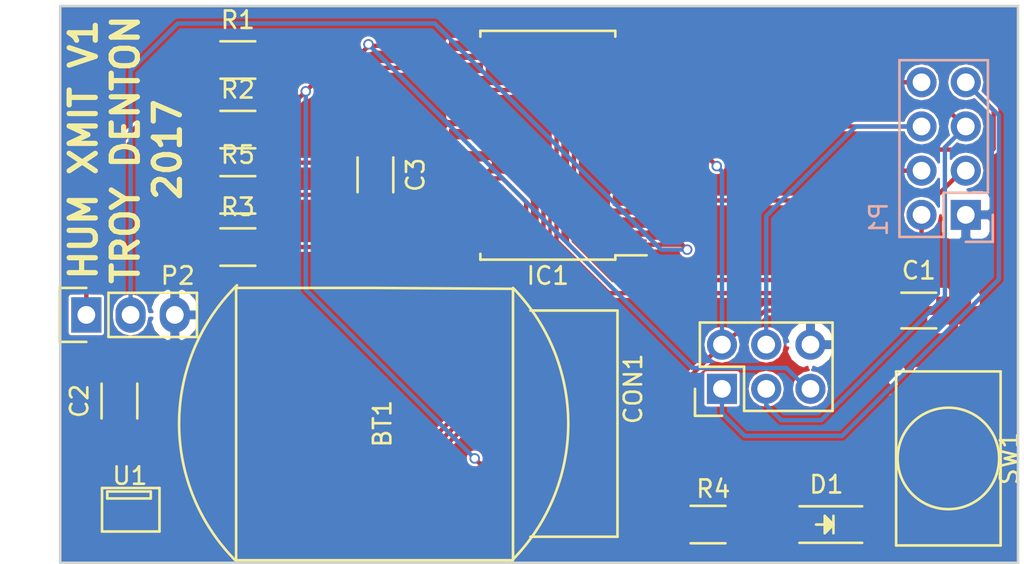
<source format=kicad_pcb>
(kicad_pcb (version 4) (host pcbnew 4.0.2+dfsg1-2~bpo8+1-stable)

  (general
    (links 47)
    (no_connects 0)
    (area 202.438667 131.422 261.428 164.228001)
    (thickness 1.6)
    (drawings 5)
    (tracks 164)
    (zones 0)
    (modules 16)
    (nets 22)
  )

  (page A4)
  (layers
    (0 F.Cu signal)
    (31 B.Cu signal)
    (32 B.Adhes user)
    (33 F.Adhes user)
    (34 B.Paste user)
    (35 F.Paste user)
    (36 B.SilkS user)
    (37 F.SilkS user)
    (38 B.Mask user)
    (39 F.Mask user)
    (40 Dwgs.User user)
    (41 Cmts.User user)
    (42 Eco1.User user)
    (43 Eco2.User user)
    (44 Edge.Cuts user)
    (45 Margin user)
    (46 B.CrtYd user)
    (47 F.CrtYd user)
    (48 B.Fab user)
    (49 F.Fab user)
  )

  (setup
    (last_trace_width 0.25)
    (trace_clearance 0.153)
    (zone_clearance 0.153)
    (zone_45_only no)
    (trace_min 0.2)
    (segment_width 0.2)
    (edge_width 0.15)
    (via_size 0.6)
    (via_drill 0.4)
    (via_min_size 0.4)
    (via_min_drill 0.3)
    (uvia_size 0.3)
    (uvia_drill 0.1)
    (uvias_allowed no)
    (uvia_min_size 0.2)
    (uvia_min_drill 0.1)
    (pcb_text_width 0.3)
    (pcb_text_size 1.5 1.5)
    (mod_edge_width 0.15)
    (mod_text_size 1 1)
    (mod_text_width 0.15)
    (pad_size 1.524 1.524)
    (pad_drill 0.762)
    (pad_to_mask_clearance 0.2)
    (aux_axis_origin 0 0)
    (visible_elements FFFFF77F)
    (pcbplotparams
      (layerselection 0x010f0_80000001)
      (usegerberextensions false)
      (excludeedgelayer true)
      (linewidth 0.100000)
      (plotframeref false)
      (viasonmask false)
      (mode 1)
      (useauxorigin false)
      (hpglpennumber 1)
      (hpglpenspeed 20)
      (hpglpendiameter 15)
      (hpglpenoverlay 2)
      (psnegative false)
      (psa4output false)
      (plotreference true)
      (plotvalue true)
      (plotinvisibletext false)
      (padsonsilk false)
      (subtractmaskfromsilk false)
      (outputformat 1)
      (mirror false)
      (drillshape 0)
      (scaleselection 1)
      (outputdirectory plots/v2/))
  )

  (net 0 "")
  (net 1 GND)
  (net 2 VCC)
  (net 3 /MISO)
  (net 4 /SCK)
  (net 5 /MOSI)
  (net 6 /RESET)
  (net 7 "Net-(D1-Pad2)")
  (net 8 /CSN)
  (net 9 /CE)
  (net 10 /INPUT)
  (net 11 /IRQ)
  (net 12 "Net-(IC1-Pad19)")
  (net 13 /SDA)
  (net 14 /OUTPUT)
  (net 15 /SCL)
  (net 16 "Net-(IC1-Pad1)")
  (net 17 "Net-(IC1-Pad2)")
  (net 18 "Net-(IC1-Pad4)")
  (net 19 "Net-(IC1-Pad14)")
  (net 20 "Net-(U1-Pad3)")
  (net 21 "Net-(U1-Pad4)")

  (net_class Default "This is the default net class."
    (clearance 0.153)
    (trace_width 0.25)
    (via_dia 0.6)
    (via_drill 0.4)
    (uvia_dia 0.3)
    (uvia_drill 0.1)
    (add_net /CE)
    (add_net /CSN)
    (add_net /INPUT)
    (add_net /IRQ)
    (add_net /MISO)
    (add_net /MOSI)
    (add_net /OUTPUT)
    (add_net /RESET)
    (add_net /SCK)
    (add_net /SCL)
    (add_net /SDA)
    (add_net GND)
    (add_net "Net-(D1-Pad2)")
    (add_net "Net-(IC1-Pad1)")
    (add_net "Net-(IC1-Pad14)")
    (add_net "Net-(IC1-Pad19)")
    (add_net "Net-(IC1-Pad2)")
    (add_net "Net-(IC1-Pad4)")
    (add_net "Net-(U1-Pad3)")
    (add_net "Net-(U1-Pad4)")
    (add_net VCC)
  )

  (module hum:battery (layer F.Cu) (tedit 5A19E47A) (tstamp 5A19E55D)
    (at 224 156 90)
    (path /5A1A84DE)
    (fp_text reference BT1 (at 0 0.5 90) (layer F.SilkS)
      (effects (font (size 1 1) (thickness 0.15)))
    )
    (fp_text value Battery_Cell (at 0 -0.5 90) (layer F.Fab)
      (effects (font (size 1 1) (thickness 0.15)))
    )
    (fp_line (start 0 14) (end -6.5 14) (layer F.SilkS) (width 0.15))
    (fp_line (start -6.5 14) (end -6.5 9) (layer F.SilkS) (width 0.15))
    (fp_line (start 0 14) (end 6.5 14) (layer F.SilkS) (width 0.15))
    (fp_line (start 6.5 14) (end 6.5 9) (layer F.SilkS) (width 0.15))
    (fp_arc (start 0 0) (end 7.8 8) (angle 90) (layer F.SilkS) (width 0.15))
    (fp_arc (start 0 0) (end -7.85 -7.95) (angle 90) (layer F.SilkS) (width 0.15))
    (fp_line (start 7.8 0) (end 7.75 8) (layer F.SilkS) (width 0.15))
    (fp_line (start 7.75 8) (end -7.85 8) (layer F.SilkS) (width 0.15))
    (fp_line (start 7.8 0) (end 7.8 -7.9) (layer F.SilkS) (width 0.15))
    (fp_line (start 7.8 -7.9) (end -7.85 -7.9) (layer F.SilkS) (width 0.15))
    (fp_line (start -7.85 -7.9) (end -7.85 7.9) (layer F.SilkS) (width 0.15))
    (pad 2 smd rect (at 0 -8.5 90) (size 2.6 3) (layers F.Cu F.Paste F.Mask)
      (net 1 GND))
    (pad 1 smd rect (at 0 12.9 90) (size 3.6 3) (layers F.Cu F.Paste F.Mask)
      (net 2 VCC))
  )

  (module Pin_Headers:Pin_Header_Straight_2x03 (layer F.Cu) (tedit 54EA0A4B) (tstamp 5A19E567)
    (at 244 154 90)
    (descr "Through hole pin header")
    (tags "pin header")
    (path /5A1AEC1C)
    (fp_text reference CON1 (at 0 -5.1 90) (layer F.SilkS)
      (effects (font (size 1 1) (thickness 0.15)))
    )
    (fp_text value AVR-ISP-6 (at 0 -3.1 90) (layer F.Fab)
      (effects (font (size 1 1) (thickness 0.15)))
    )
    (fp_line (start -1.27 1.27) (end -1.27 6.35) (layer F.SilkS) (width 0.15))
    (fp_line (start -1.55 -1.55) (end 0 -1.55) (layer F.SilkS) (width 0.15))
    (fp_line (start -1.75 -1.75) (end -1.75 6.85) (layer F.CrtYd) (width 0.05))
    (fp_line (start 4.3 -1.75) (end 4.3 6.85) (layer F.CrtYd) (width 0.05))
    (fp_line (start -1.75 -1.75) (end 4.3 -1.75) (layer F.CrtYd) (width 0.05))
    (fp_line (start -1.75 6.85) (end 4.3 6.85) (layer F.CrtYd) (width 0.05))
    (fp_line (start 1.27 -1.27) (end 1.27 1.27) (layer F.SilkS) (width 0.15))
    (fp_line (start 1.27 1.27) (end -1.27 1.27) (layer F.SilkS) (width 0.15))
    (fp_line (start -1.27 6.35) (end 3.81 6.35) (layer F.SilkS) (width 0.15))
    (fp_line (start 3.81 6.35) (end 3.81 1.27) (layer F.SilkS) (width 0.15))
    (fp_line (start -1.55 -1.55) (end -1.55 0) (layer F.SilkS) (width 0.15))
    (fp_line (start 3.81 -1.27) (end 1.27 -1.27) (layer F.SilkS) (width 0.15))
    (fp_line (start 3.81 1.27) (end 3.81 -1.27) (layer F.SilkS) (width 0.15))
    (pad 1 thru_hole rect (at 0 0 90) (size 1.7272 1.7272) (drill 1.016) (layers *.Cu *.Mask)
      (net 3 /MISO))
    (pad 2 thru_hole oval (at 2.54 0 90) (size 1.7272 1.7272) (drill 1.016) (layers *.Cu *.Mask)
      (net 2 VCC))
    (pad 3 thru_hole oval (at 0 2.54 90) (size 1.7272 1.7272) (drill 1.016) (layers *.Cu *.Mask)
      (net 4 /SCK))
    (pad 4 thru_hole oval (at 2.54 2.54 90) (size 1.7272 1.7272) (drill 1.016) (layers *.Cu *.Mask)
      (net 5 /MOSI))
    (pad 5 thru_hole oval (at 0 5.08 90) (size 1.7272 1.7272) (drill 1.016) (layers *.Cu *.Mask)
      (net 6 /RESET))
    (pad 6 thru_hole oval (at 2.54 5.08 90) (size 1.7272 1.7272) (drill 1.016) (layers *.Cu *.Mask)
      (net 1 GND))
    (model Pin_Headers.3dshapes/Pin_Header_Straight_2x03.wrl
      (at (xyz 0.05 -0.1 0))
      (scale (xyz 1 1 1))
      (rotate (xyz 0 0 90))
    )
  )

  (module LEDs:LED_1206 (layer F.Cu) (tedit 5A19F9FC) (tstamp 5A19E56D)
    (at 249.9 161.8 180)
    (descr "LED 1206 smd package")
    (tags "LED1206 SMD")
    (path /5A1A9556)
    (attr smd)
    (fp_text reference D1 (at -0.1 2.3 180) (layer F.SilkS)
      (effects (font (size 1 1) (thickness 0.15)))
    )
    (fp_text value LED (at 0 2 180) (layer F.Fab)
      (effects (font (size 1 1) (thickness 0.15)))
    )
    (fp_line (start -0.5 -0.5) (end -0.5 0.5) (layer F.Fab) (width 0.15))
    (fp_line (start -0.5 0) (end 0 -0.5) (layer F.Fab) (width 0.15))
    (fp_line (start 0 0.5) (end -0.5 0) (layer F.Fab) (width 0.15))
    (fp_line (start 0 -0.5) (end 0 0.5) (layer F.Fab) (width 0.15))
    (fp_line (start -1.6 0.8) (end -1.6 -0.8) (layer F.Fab) (width 0.15))
    (fp_line (start 1.6 0.8) (end -1.6 0.8) (layer F.Fab) (width 0.15))
    (fp_line (start 1.6 -0.8) (end 1.6 0.8) (layer F.Fab) (width 0.15))
    (fp_line (start -1.6 -0.8) (end 1.6 -0.8) (layer F.Fab) (width 0.15))
    (fp_line (start -2.15 1.05) (end 1.45 1.05) (layer F.SilkS) (width 0.15))
    (fp_line (start -2.15 -1.05) (end 1.45 -1.05) (layer F.SilkS) (width 0.15))
    (fp_line (start -0.1 -0.3) (end -0.1 0.3) (layer F.SilkS) (width 0.15))
    (fp_line (start -0.1 0.3) (end -0.4 0) (layer F.SilkS) (width 0.15))
    (fp_line (start -0.4 0) (end -0.2 -0.2) (layer F.SilkS) (width 0.15))
    (fp_line (start -0.2 -0.2) (end -0.2 0.05) (layer F.SilkS) (width 0.15))
    (fp_line (start -0.2 0.05) (end -0.25 0) (layer F.SilkS) (width 0.15))
    (fp_line (start -0.5 -0.5) (end -0.5 0.5) (layer F.SilkS) (width 0.15))
    (fp_line (start 0 0) (end 0.5 0) (layer F.SilkS) (width 0.15))
    (fp_line (start -0.5 0) (end 0 -0.5) (layer F.SilkS) (width 0.15))
    (fp_line (start 0 -0.5) (end 0 0.5) (layer F.SilkS) (width 0.15))
    (fp_line (start 0 0.5) (end -0.5 0) (layer F.SilkS) (width 0.15))
    (fp_line (start 2.5 -1.25) (end -2.5 -1.25) (layer F.CrtYd) (width 0.05))
    (fp_line (start -2.5 -1.25) (end -2.5 1.25) (layer F.CrtYd) (width 0.05))
    (fp_line (start -2.5 1.25) (end 2.5 1.25) (layer F.CrtYd) (width 0.05))
    (fp_line (start 2.5 1.25) (end 2.5 -1.25) (layer F.CrtYd) (width 0.05))
    (pad 2 smd rect (at 1.41986 0) (size 1.59766 1.80086) (layers F.Cu F.Paste F.Mask)
      (net 7 "Net-(D1-Pad2)"))
    (pad 1 smd rect (at -1.41986 0) (size 1.59766 1.80086) (layers F.Cu F.Paste F.Mask)
      (net 1 GND))
    (model LEDs.3dshapes/LED_1206.wrl
      (at (xyz 0 0 0))
      (scale (xyz 1 1 1))
      (rotate (xyz 0 0 180))
    )
  )

  (module Housings_SOIC:SOIC-20W_7.5x12.8mm_Pitch1.27mm (layer F.Cu) (tedit 57503549) (tstamp 5A19E585)
    (at 234 140 180)
    (descr "20-Lead Plastic Small Outline (SO) - Wide, 7.50 mm Body [SOIC] (see Microchip Packaging Specification 00000049BS.pdf)")
    (tags "SOIC 1.27")
    (path /5A1B2A95)
    (attr smd)
    (fp_text reference IC1 (at 0 -7.5 180) (layer F.SilkS)
      (effects (font (size 1 1) (thickness 0.15)))
    )
    (fp_text value ATTINY87-AS (at 0 7.5 180) (layer F.Fab)
      (effects (font (size 1 1) (thickness 0.15)))
    )
    (fp_line (start -2.75 -6.4) (end 3.75 -6.4) (layer F.Fab) (width 0.15))
    (fp_line (start 3.75 -6.4) (end 3.75 6.4) (layer F.Fab) (width 0.15))
    (fp_line (start 3.75 6.4) (end -3.75 6.4) (layer F.Fab) (width 0.15))
    (fp_line (start -3.75 6.4) (end -3.75 -5.4) (layer F.Fab) (width 0.15))
    (fp_line (start -3.75 -5.4) (end -2.75 -6.4) (layer F.Fab) (width 0.15))
    (fp_line (start -5.95 -6.75) (end -5.95 6.75) (layer F.CrtYd) (width 0.05))
    (fp_line (start 5.95 -6.75) (end 5.95 6.75) (layer F.CrtYd) (width 0.05))
    (fp_line (start -5.95 -6.75) (end 5.95 -6.75) (layer F.CrtYd) (width 0.05))
    (fp_line (start -5.95 6.75) (end 5.95 6.75) (layer F.CrtYd) (width 0.05))
    (fp_line (start -3.875 -6.575) (end -3.875 -6.325) (layer F.SilkS) (width 0.15))
    (fp_line (start 3.875 -6.575) (end 3.875 -6.24) (layer F.SilkS) (width 0.15))
    (fp_line (start 3.875 6.575) (end 3.875 6.24) (layer F.SilkS) (width 0.15))
    (fp_line (start -3.875 6.575) (end -3.875 6.24) (layer F.SilkS) (width 0.15))
    (fp_line (start -3.875 -6.575) (end 3.875 -6.575) (layer F.SilkS) (width 0.15))
    (fp_line (start -3.875 6.575) (end 3.875 6.575) (layer F.SilkS) (width 0.15))
    (fp_line (start -3.875 -6.325) (end -5.675 -6.325) (layer F.SilkS) (width 0.15))
    (pad 1 smd rect (at -4.7 -5.715 180) (size 1.95 0.6) (layers F.Cu F.Paste F.Mask)
      (net 16 "Net-(IC1-Pad1)"))
    (pad 2 smd rect (at -4.7 -4.445 180) (size 1.95 0.6) (layers F.Cu F.Paste F.Mask)
      (net 17 "Net-(IC1-Pad2)"))
    (pad 3 smd rect (at -4.7 -3.175 180) (size 1.95 0.6) (layers F.Cu F.Paste F.Mask)
      (net 3 /MISO))
    (pad 4 smd rect (at -4.7 -1.905 180) (size 1.95 0.6) (layers F.Cu F.Paste F.Mask)
      (net 18 "Net-(IC1-Pad4)"))
    (pad 5 smd rect (at -4.7 -0.635 180) (size 1.95 0.6) (layers F.Cu F.Paste F.Mask)
      (net 2 VCC))
    (pad 6 smd rect (at -4.7 0.635 180) (size 1.95 0.6) (layers F.Cu F.Paste F.Mask)
      (net 1 GND))
    (pad 7 smd rect (at -4.7 1.905 180) (size 1.95 0.6) (layers F.Cu F.Paste F.Mask)
      (net 5 /MOSI))
    (pad 8 smd rect (at -4.7 3.175 180) (size 1.95 0.6) (layers F.Cu F.Paste F.Mask)
      (net 4 /SCK))
    (pad 9 smd rect (at -4.7 4.445 180) (size 1.95 0.6) (layers F.Cu F.Paste F.Mask)
      (net 8 /CSN))
    (pad 10 smd rect (at -4.7 5.715 180) (size 1.95 0.6) (layers F.Cu F.Paste F.Mask)
      (net 9 /CE))
    (pad 11 smd rect (at 4.7 5.715 180) (size 1.95 0.6) (layers F.Cu F.Paste F.Mask)
      (net 6 /RESET))
    (pad 12 smd rect (at 4.7 4.445 180) (size 1.95 0.6) (layers F.Cu F.Paste F.Mask)
      (net 10 /INPUT))
    (pad 13 smd rect (at 4.7 3.175 180) (size 1.95 0.6) (layers F.Cu F.Paste F.Mask)
      (net 11 /IRQ))
    (pad 14 smd rect (at 4.7 1.905 180) (size 1.95 0.6) (layers F.Cu F.Paste F.Mask)
      (net 19 "Net-(IC1-Pad14)"))
    (pad 15 smd rect (at 4.7 0.635 180) (size 1.95 0.6) (layers F.Cu F.Paste F.Mask)
      (net 2 VCC))
    (pad 16 smd rect (at 4.7 -0.635 180) (size 1.95 0.6) (layers F.Cu F.Paste F.Mask)
      (net 1 GND))
    (pad 17 smd rect (at 4.7 -1.905 180) (size 1.95 0.6) (layers F.Cu F.Paste F.Mask)
      (net 14 /OUTPUT))
    (pad 18 smd rect (at 4.7 -3.175 180) (size 1.95 0.6) (layers F.Cu F.Paste F.Mask)
      (net 15 /SCL))
    (pad 19 smd rect (at 4.7 -4.445 180) (size 1.95 0.6) (layers F.Cu F.Paste F.Mask)
      (net 12 "Net-(IC1-Pad19)"))
    (pad 20 smd rect (at 4.7 -5.715 180) (size 1.95 0.6) (layers F.Cu F.Paste F.Mask)
      (net 13 /SDA))
    (model Housings_SOIC.3dshapes/SOIC-20_7.5x12.8mm_Pitch1.27mm.wrl
      (at (xyz 0 0 0))
      (scale (xyz 1 1 1))
      (rotate (xyz 0 0 0))
    )
  )

  (module Socket_Strips:Socket_Strip_Straight_2x04 (layer B.Cu) (tedit 5A19F9F2) (tstamp 5A19E591)
    (at 258 144 90)
    (descr "Through hole socket strip")
    (tags "socket strip")
    (path /5A1ADD45)
    (fp_text reference P1 (at -0.25 -5 90) (layer B.SilkS)
      (effects (font (size 1 1) (thickness 0.15)) (justify mirror))
    )
    (fp_text value RF24 (at 3 -5 90) (layer B.Fab)
      (effects (font (size 1 1) (thickness 0.15)) (justify mirror))
    )
    (fp_line (start -1.75 1.75) (end -1.75 -4.3) (layer B.CrtYd) (width 0.05))
    (fp_line (start 9.4 1.75) (end 9.4 -4.3) (layer B.CrtYd) (width 0.05))
    (fp_line (start -1.75 1.75) (end 9.4 1.75) (layer B.CrtYd) (width 0.05))
    (fp_line (start -1.75 -4.3) (end 9.4 -4.3) (layer B.CrtYd) (width 0.05))
    (fp_line (start 1.27 1.27) (end 8.89 1.27) (layer B.SilkS) (width 0.15))
    (fp_line (start 8.89 1.27) (end 8.89 -3.81) (layer B.SilkS) (width 0.15))
    (fp_line (start 8.89 -3.81) (end -1.27 -3.81) (layer B.SilkS) (width 0.15))
    (fp_line (start -1.27 -3.81) (end -1.27 -1.27) (layer B.SilkS) (width 0.15))
    (fp_line (start 0 1.55) (end -1.55 1.55) (layer B.SilkS) (width 0.15))
    (fp_line (start -1.27 -1.27) (end 1.27 -1.27) (layer B.SilkS) (width 0.15))
    (fp_line (start 1.27 -1.27) (end 1.27 1.27) (layer B.SilkS) (width 0.15))
    (fp_line (start -1.55 1.55) (end -1.55 0) (layer B.SilkS) (width 0.15))
    (pad 1 thru_hole rect (at 0 0 90) (size 1.7272 1.7272) (drill 1.016) (layers *.Cu *.Mask)
      (net 1 GND))
    (pad 2 thru_hole oval (at 0 -2.54 90) (size 1.7272 1.7272) (drill 1.016) (layers *.Cu *.Mask)
      (net 2 VCC))
    (pad 3 thru_hole oval (at 2.54 0 90) (size 1.7272 1.7272) (drill 1.016) (layers *.Cu *.Mask)
      (net 9 /CE))
    (pad 4 thru_hole oval (at 2.54 -2.54 90) (size 1.7272 1.7272) (drill 1.016) (layers *.Cu *.Mask)
      (net 8 /CSN))
    (pad 5 thru_hole oval (at 5.08 0 90) (size 1.7272 1.7272) (drill 1.016) (layers *.Cu *.Mask)
      (net 4 /SCK))
    (pad 6 thru_hole oval (at 5.08 -2.54 90) (size 1.7272 1.7272) (drill 1.016) (layers *.Cu *.Mask)
      (net 5 /MOSI))
    (pad 7 thru_hole oval (at 7.62 0 90) (size 1.7272 1.7272) (drill 1.016) (layers *.Cu *.Mask)
      (net 3 /MISO))
    (pad 8 thru_hole oval (at 7.62 -2.54 90) (size 1.7272 1.7272) (drill 1.016) (layers *.Cu *.Mask)
      (net 11 /IRQ))
    (model Socket_Strips.3dshapes/Socket_Strip_Straight_2x04.wrl
      (at (xyz 0.15 -0.05 0))
      (scale (xyz 1 1 1))
      (rotate (xyz 0 0 180))
    )
  )

  (module hum:switch (layer F.Cu) (tedit 5A19DFE8) (tstamp 5A19E5B7)
    (at 257 158 270)
    (path /5A1AA074)
    (fp_text reference SW1 (at 0 -3.5 270) (layer F.SilkS)
      (effects (font (size 1 1) (thickness 0.15)))
    )
    (fp_text value SW_Push (at 0 -0.5 270) (layer F.Fab)
      (effects (font (size 1 1) (thickness 0.15)))
    )
    (fp_circle (center 0 0) (end 2.5 -1.5) (layer F.SilkS) (width 0.15))
    (fp_line (start -5 -3) (end 5 -3) (layer F.SilkS) (width 0.15))
    (fp_line (start 5 -3) (end 5 3) (layer F.SilkS) (width 0.15))
    (fp_line (start 5 3) (end -5 3) (layer F.SilkS) (width 0.15))
    (fp_line (start -5 3) (end -5 -3) (layer F.SilkS) (width 0.15))
    (pad 1 smd rect (at -3.975 -2.25 270) (size 1.55 1.3) (layers F.Cu F.Paste F.Mask)
      (net 10 /INPUT))
    (pad 2 smd rect (at -3.975 2.25 270) (size 1.55 1.3) (layers F.Cu F.Paste F.Mask)
      (net 1 GND))
    (pad 1 smd rect (at 3.975 -2.25 270) (size 1.55 1.3) (layers F.Cu F.Paste F.Mask)
      (net 10 /INPUT))
    (pad 2 smd rect (at 3.975 2.25 270) (size 1.55 1.3) (layers F.Cu F.Paste F.Mask)
      (net 1 GND))
  )

  (module Resistors_SMD:R_1206_HandSoldering (layer F.Cu) (tedit 58307C0D) (tstamp 5A19E597)
    (at 216.2 135.1)
    (descr "Resistor SMD 1206, hand soldering")
    (tags "resistor 1206")
    (path /5A1AD6EF)
    (attr smd)
    (fp_text reference R1 (at 0 -2.3) (layer F.SilkS)
      (effects (font (size 1 1) (thickness 0.15)))
    )
    (fp_text value 10k (at 0 2.3) (layer F.Fab)
      (effects (font (size 1 1) (thickness 0.15)))
    )
    (fp_line (start -1.6 0.8) (end -1.6 -0.8) (layer F.Fab) (width 0.1))
    (fp_line (start 1.6 0.8) (end -1.6 0.8) (layer F.Fab) (width 0.1))
    (fp_line (start 1.6 -0.8) (end 1.6 0.8) (layer F.Fab) (width 0.1))
    (fp_line (start -1.6 -0.8) (end 1.6 -0.8) (layer F.Fab) (width 0.1))
    (fp_line (start -3.3 -1.2) (end 3.3 -1.2) (layer F.CrtYd) (width 0.05))
    (fp_line (start -3.3 1.2) (end 3.3 1.2) (layer F.CrtYd) (width 0.05))
    (fp_line (start -3.3 -1.2) (end -3.3 1.2) (layer F.CrtYd) (width 0.05))
    (fp_line (start 3.3 -1.2) (end 3.3 1.2) (layer F.CrtYd) (width 0.05))
    (fp_line (start 1 1.075) (end -1 1.075) (layer F.SilkS) (width 0.15))
    (fp_line (start -1 -1.075) (end 1 -1.075) (layer F.SilkS) (width 0.15))
    (pad 1 smd rect (at -2 0) (size 2 1.7) (layers F.Cu F.Paste F.Mask)
      (net 2 VCC))
    (pad 2 smd rect (at 2 0) (size 2 1.7) (layers F.Cu F.Paste F.Mask)
      (net 6 /RESET))
    (model Resistors_SMD.3dshapes/R_1206_HandSoldering.wrl
      (at (xyz 0 0 0))
      (scale (xyz 1 1 1))
      (rotate (xyz 0 0 0))
    )
  )

  (module Resistors_SMD:R_1206_HandSoldering (layer F.Cu) (tedit 58307C0D) (tstamp 5A19E59D)
    (at 216.2 139.1)
    (descr "Resistor SMD 1206, hand soldering")
    (tags "resistor 1206")
    (path /5A1AA193)
    (attr smd)
    (fp_text reference R2 (at 0 -2.3) (layer F.SilkS)
      (effects (font (size 1 1) (thickness 0.15)))
    )
    (fp_text value 10k (at 0 2.3) (layer F.Fab)
      (effects (font (size 1 1) (thickness 0.15)))
    )
    (fp_line (start -1.6 0.8) (end -1.6 -0.8) (layer F.Fab) (width 0.1))
    (fp_line (start 1.6 0.8) (end -1.6 0.8) (layer F.Fab) (width 0.1))
    (fp_line (start 1.6 -0.8) (end 1.6 0.8) (layer F.Fab) (width 0.1))
    (fp_line (start -1.6 -0.8) (end 1.6 -0.8) (layer F.Fab) (width 0.1))
    (fp_line (start -3.3 -1.2) (end 3.3 -1.2) (layer F.CrtYd) (width 0.05))
    (fp_line (start -3.3 1.2) (end 3.3 1.2) (layer F.CrtYd) (width 0.05))
    (fp_line (start -3.3 -1.2) (end -3.3 1.2) (layer F.CrtYd) (width 0.05))
    (fp_line (start 3.3 -1.2) (end 3.3 1.2) (layer F.CrtYd) (width 0.05))
    (fp_line (start 1 1.075) (end -1 1.075) (layer F.SilkS) (width 0.15))
    (fp_line (start -1 -1.075) (end 1 -1.075) (layer F.SilkS) (width 0.15))
    (pad 1 smd rect (at -2 0) (size 2 1.7) (layers F.Cu F.Paste F.Mask)
      (net 2 VCC))
    (pad 2 smd rect (at 2 0) (size 2 1.7) (layers F.Cu F.Paste F.Mask)
      (net 10 /INPUT))
    (model Resistors_SMD.3dshapes/R_1206_HandSoldering.wrl
      (at (xyz 0 0 0))
      (scale (xyz 1 1 1))
      (rotate (xyz 0 0 0))
    )
  )

  (module Resistors_SMD:R_1206_HandSoldering (layer F.Cu) (tedit 58307C0D) (tstamp 5A19E5AF)
    (at 216.2 142.85)
    (descr "Resistor SMD 1206, hand soldering")
    (tags "resistor 1206")
    (path /5A1AAEB5)
    (attr smd)
    (fp_text reference R5 (at 0 -2.3) (layer F.SilkS)
      (effects (font (size 1 1) (thickness 0.15)))
    )
    (fp_text value 10k (at 0 2.3) (layer F.Fab)
      (effects (font (size 1 1) (thickness 0.15)))
    )
    (fp_line (start -1.6 0.8) (end -1.6 -0.8) (layer F.Fab) (width 0.1))
    (fp_line (start 1.6 0.8) (end -1.6 0.8) (layer F.Fab) (width 0.1))
    (fp_line (start 1.6 -0.8) (end 1.6 0.8) (layer F.Fab) (width 0.1))
    (fp_line (start -1.6 -0.8) (end 1.6 -0.8) (layer F.Fab) (width 0.1))
    (fp_line (start -3.3 -1.2) (end 3.3 -1.2) (layer F.CrtYd) (width 0.05))
    (fp_line (start -3.3 1.2) (end 3.3 1.2) (layer F.CrtYd) (width 0.05))
    (fp_line (start -3.3 -1.2) (end -3.3 1.2) (layer F.CrtYd) (width 0.05))
    (fp_line (start 3.3 -1.2) (end 3.3 1.2) (layer F.CrtYd) (width 0.05))
    (fp_line (start 1 1.075) (end -1 1.075) (layer F.SilkS) (width 0.15))
    (fp_line (start -1 -1.075) (end 1 -1.075) (layer F.SilkS) (width 0.15))
    (pad 1 smd rect (at -2 0) (size 2 1.7) (layers F.Cu F.Paste F.Mask)
      (net 2 VCC))
    (pad 2 smd rect (at 2 0) (size 2 1.7) (layers F.Cu F.Paste F.Mask)
      (net 15 /SCL))
    (model Resistors_SMD.3dshapes/R_1206_HandSoldering.wrl
      (at (xyz 0 0 0))
      (scale (xyz 1 1 1))
      (rotate (xyz 0 0 0))
    )
  )

  (module Resistors_SMD:R_1206_HandSoldering (layer F.Cu) (tedit 58307C0D) (tstamp 5A19E5A3)
    (at 216.2 145.85)
    (descr "Resistor SMD 1206, hand soldering")
    (tags "resistor 1206")
    (path /5A1AAE7C)
    (attr smd)
    (fp_text reference R3 (at 0 -2.3) (layer F.SilkS)
      (effects (font (size 1 1) (thickness 0.15)))
    )
    (fp_text value 10k (at 0 2.3) (layer F.Fab)
      (effects (font (size 1 1) (thickness 0.15)))
    )
    (fp_line (start -1.6 0.8) (end -1.6 -0.8) (layer F.Fab) (width 0.1))
    (fp_line (start 1.6 0.8) (end -1.6 0.8) (layer F.Fab) (width 0.1))
    (fp_line (start 1.6 -0.8) (end 1.6 0.8) (layer F.Fab) (width 0.1))
    (fp_line (start -1.6 -0.8) (end 1.6 -0.8) (layer F.Fab) (width 0.1))
    (fp_line (start -3.3 -1.2) (end 3.3 -1.2) (layer F.CrtYd) (width 0.05))
    (fp_line (start -3.3 1.2) (end 3.3 1.2) (layer F.CrtYd) (width 0.05))
    (fp_line (start -3.3 -1.2) (end -3.3 1.2) (layer F.CrtYd) (width 0.05))
    (fp_line (start 3.3 -1.2) (end 3.3 1.2) (layer F.CrtYd) (width 0.05))
    (fp_line (start 1 1.075) (end -1 1.075) (layer F.SilkS) (width 0.15))
    (fp_line (start -1 -1.075) (end 1 -1.075) (layer F.SilkS) (width 0.15))
    (pad 1 smd rect (at -2 0) (size 2 1.7) (layers F.Cu F.Paste F.Mask)
      (net 2 VCC))
    (pad 2 smd rect (at 2 0) (size 2 1.7) (layers F.Cu F.Paste F.Mask)
      (net 13 /SDA))
    (model Resistors_SMD.3dshapes/R_1206_HandSoldering.wrl
      (at (xyz 0 0 0))
      (scale (xyz 1 1 1))
      (rotate (xyz 0 0 0))
    )
  )

  (module Resistors_SMD:R_1206_HandSoldering (layer F.Cu) (tedit 5A19F9F9) (tstamp 5A19E5A9)
    (at 243.2 161.8 180)
    (descr "Resistor SMD 1206, hand soldering")
    (tags "resistor 1206")
    (path /5A1A95A7)
    (attr smd)
    (fp_text reference R4 (at -0.3 2.05 180) (layer F.SilkS)
      (effects (font (size 1 1) (thickness 0.15)))
    )
    (fp_text value 470 (at 0 2.3 180) (layer F.Fab)
      (effects (font (size 1 1) (thickness 0.15)))
    )
    (fp_line (start -1.6 0.8) (end -1.6 -0.8) (layer F.Fab) (width 0.1))
    (fp_line (start 1.6 0.8) (end -1.6 0.8) (layer F.Fab) (width 0.1))
    (fp_line (start 1.6 -0.8) (end 1.6 0.8) (layer F.Fab) (width 0.1))
    (fp_line (start -1.6 -0.8) (end 1.6 -0.8) (layer F.Fab) (width 0.1))
    (fp_line (start -3.3 -1.2) (end 3.3 -1.2) (layer F.CrtYd) (width 0.05))
    (fp_line (start -3.3 1.2) (end 3.3 1.2) (layer F.CrtYd) (width 0.05))
    (fp_line (start -3.3 -1.2) (end -3.3 1.2) (layer F.CrtYd) (width 0.05))
    (fp_line (start 3.3 -1.2) (end 3.3 1.2) (layer F.CrtYd) (width 0.05))
    (fp_line (start 1 1.075) (end -1 1.075) (layer F.SilkS) (width 0.15))
    (fp_line (start -1 -1.075) (end 1 -1.075) (layer F.SilkS) (width 0.15))
    (pad 1 smd rect (at -2 0 180) (size 2 1.7) (layers F.Cu F.Paste F.Mask)
      (net 7 "Net-(D1-Pad2)"))
    (pad 2 smd rect (at 2 0 180) (size 2 1.7) (layers F.Cu F.Paste F.Mask)
      (net 14 /OUTPUT))
    (model Resistors_SMD.3dshapes/R_1206_HandSoldering.wrl
      (at (xyz 0 0 0))
      (scale (xyz 1 1 1))
      (rotate (xyz 0 0 0))
    )
  )

  (module Capacitors_SMD:C_1206_HandSoldering (layer F.Cu) (tedit 541A9C03) (tstamp 5A19E98B)
    (at 224.1 141.7 270)
    (descr "Capacitor SMD 1206, hand soldering")
    (tags "capacitor 1206")
    (path /5A1B3226)
    (attr smd)
    (fp_text reference C3 (at 0 -2.3 270) (layer F.SilkS)
      (effects (font (size 1 1) (thickness 0.15)))
    )
    (fp_text value C (at 0 2.3 270) (layer F.Fab)
      (effects (font (size 1 1) (thickness 0.15)))
    )
    (fp_line (start -1.6 0.8) (end -1.6 -0.8) (layer F.Fab) (width 0.15))
    (fp_line (start 1.6 0.8) (end -1.6 0.8) (layer F.Fab) (width 0.15))
    (fp_line (start 1.6 -0.8) (end 1.6 0.8) (layer F.Fab) (width 0.15))
    (fp_line (start -1.6 -0.8) (end 1.6 -0.8) (layer F.Fab) (width 0.15))
    (fp_line (start -3.3 -1.15) (end 3.3 -1.15) (layer F.CrtYd) (width 0.05))
    (fp_line (start -3.3 1.15) (end 3.3 1.15) (layer F.CrtYd) (width 0.05))
    (fp_line (start -3.3 -1.15) (end -3.3 1.15) (layer F.CrtYd) (width 0.05))
    (fp_line (start 3.3 -1.15) (end 3.3 1.15) (layer F.CrtYd) (width 0.05))
    (fp_line (start 1 -1.025) (end -1 -1.025) (layer F.SilkS) (width 0.15))
    (fp_line (start -1 1.025) (end 1 1.025) (layer F.SilkS) (width 0.15))
    (pad 1 smd rect (at -2 0 270) (size 2 1.6) (layers F.Cu F.Paste F.Mask)
      (net 2 VCC))
    (pad 2 smd rect (at 2 0 270) (size 2 1.6) (layers F.Cu F.Paste F.Mask)
      (net 1 GND))
    (model Capacitors_SMD.3dshapes/C_1206_HandSoldering.wrl
      (at (xyz 0 0 0))
      (scale (xyz 1 1 1))
      (rotate (xyz 0 0 0))
    )
  )

  (module Capacitors_SMD:C_1206_HandSoldering (layer F.Cu) (tedit 541A9C03) (tstamp 5A19E985)
    (at 209.4 154.7 90)
    (descr "Capacitor SMD 1206, hand soldering")
    (tags "capacitor 1206")
    (path /5A1B31F1)
    (attr smd)
    (fp_text reference C2 (at 0 -2.3 90) (layer F.SilkS)
      (effects (font (size 1 1) (thickness 0.15)))
    )
    (fp_text value C (at 0 2.3 90) (layer F.Fab)
      (effects (font (size 1 1) (thickness 0.15)))
    )
    (fp_line (start -1.6 0.8) (end -1.6 -0.8) (layer F.Fab) (width 0.15))
    (fp_line (start 1.6 0.8) (end -1.6 0.8) (layer F.Fab) (width 0.15))
    (fp_line (start 1.6 -0.8) (end 1.6 0.8) (layer F.Fab) (width 0.15))
    (fp_line (start -1.6 -0.8) (end 1.6 -0.8) (layer F.Fab) (width 0.15))
    (fp_line (start -3.3 -1.15) (end 3.3 -1.15) (layer F.CrtYd) (width 0.05))
    (fp_line (start -3.3 1.15) (end 3.3 1.15) (layer F.CrtYd) (width 0.05))
    (fp_line (start -3.3 -1.15) (end -3.3 1.15) (layer F.CrtYd) (width 0.05))
    (fp_line (start 3.3 -1.15) (end 3.3 1.15) (layer F.CrtYd) (width 0.05))
    (fp_line (start 1 -1.025) (end -1 -1.025) (layer F.SilkS) (width 0.15))
    (fp_line (start -1 1.025) (end 1 1.025) (layer F.SilkS) (width 0.15))
    (pad 1 smd rect (at -2 0 90) (size 2 1.6) (layers F.Cu F.Paste F.Mask)
      (net 2 VCC))
    (pad 2 smd rect (at 2 0 90) (size 2 1.6) (layers F.Cu F.Paste F.Mask)
      (net 1 GND))
    (model Capacitors_SMD.3dshapes/C_1206_HandSoldering.wrl
      (at (xyz 0 0 0))
      (scale (xyz 1 1 1))
      (rotate (xyz 0 0 0))
    )
  )

  (module Capacitors_SMD:C_1206_HandSoldering (layer F.Cu) (tedit 541A9C03) (tstamp 5A19E97F)
    (at 255.3 149.5)
    (descr "Capacitor SMD 1206, hand soldering")
    (tags "capacitor 1206")
    (path /5A1B300A)
    (attr smd)
    (fp_text reference C1 (at 0 -2.3) (layer F.SilkS)
      (effects (font (size 1 1) (thickness 0.15)))
    )
    (fp_text value C (at 0 2.3) (layer F.Fab)
      (effects (font (size 1 1) (thickness 0.15)))
    )
    (fp_line (start -1.6 0.8) (end -1.6 -0.8) (layer F.Fab) (width 0.15))
    (fp_line (start 1.6 0.8) (end -1.6 0.8) (layer F.Fab) (width 0.15))
    (fp_line (start 1.6 -0.8) (end 1.6 0.8) (layer F.Fab) (width 0.15))
    (fp_line (start -1.6 -0.8) (end 1.6 -0.8) (layer F.Fab) (width 0.15))
    (fp_line (start -3.3 -1.15) (end 3.3 -1.15) (layer F.CrtYd) (width 0.05))
    (fp_line (start -3.3 1.15) (end 3.3 1.15) (layer F.CrtYd) (width 0.05))
    (fp_line (start -3.3 -1.15) (end -3.3 1.15) (layer F.CrtYd) (width 0.05))
    (fp_line (start 3.3 -1.15) (end 3.3 1.15) (layer F.CrtYd) (width 0.05))
    (fp_line (start 1 -1.025) (end -1 -1.025) (layer F.SilkS) (width 0.15))
    (fp_line (start -1 1.025) (end 1 1.025) (layer F.SilkS) (width 0.15))
    (pad 1 smd rect (at -2 0) (size 2 1.6) (layers F.Cu F.Paste F.Mask)
      (net 2 VCC))
    (pad 2 smd rect (at 2 0) (size 2 1.6) (layers F.Cu F.Paste F.Mask)
      (net 1 GND))
    (model Capacitors_SMD.3dshapes/C_1206_HandSoldering.wrl
      (at (xyz 0 0 0))
      (scale (xyz 1 1 1))
      (rotate (xyz 0 0 0))
    )
  )

  (module hum:SI7006 (layer F.Cu) (tedit 5A3E86FB) (tstamp 5A19E5C2)
    (at 210 161 180)
    (path /5A1A98D0)
    (fp_text reference U1 (at 0 2 180) (layer F.SilkS)
      (effects (font (size 1 1) (thickness 0.15)))
    )
    (fp_text value SI7006 (at -0.5 -2 180) (layer F.Fab)
      (effects (font (size 1 1) (thickness 0.15)))
    )
    (fp_line (start -1.7 -1.2) (end 1.6 -1.2) (layer F.SilkS) (width 0.15))
    (fp_line (start 1.6 -1.2) (end 1.6 1.3) (layer F.SilkS) (width 0.15))
    (fp_line (start 1.6 1.3) (end -1.7 1.3) (layer F.SilkS) (width 0.15))
    (fp_line (start -1.7 1.3) (end -1.7 -1.2) (layer F.SilkS) (width 0.15))
    (fp_line (start -1.2 0.7) (end 1.3 0.7) (layer F.SilkS) (width 0.15))
    (fp_line (start 1.3 0.7) (end 1.3 1.1) (layer F.SilkS) (width 0.15))
    (fp_line (start 1.3 1.1) (end -1.2 1.1) (layer F.SilkS) (width 0.15))
    (fp_line (start -1.2 1.1) (end -1.2 0.7) (layer F.SilkS) (width 0.15))
    (pad 1 smd rect (at -1.45 -1 180) (size 0.85 0.45) (layers F.Cu F.Paste F.Mask)
      (net 13 /SDA))
    (pad 2 smd rect (at -1.45 0 180) (size 0.85 0.45) (layers F.Cu F.Paste F.Mask)
      (net 1 GND))
    (pad 3 smd rect (at -1.45 1 180) (size 0.85 0.45) (layers F.Cu F.Paste F.Mask)
      (net 20 "Net-(U1-Pad3)"))
    (pad 4 smd rect (at 1.45 1 180) (size 0.85 0.45) (layers F.Cu F.Paste F.Mask)
      (net 21 "Net-(U1-Pad4)"))
    (pad 5 smd rect (at 1.45 0 180) (size 0.85 0.45) (layers F.Cu F.Paste F.Mask)
      (net 2 VCC))
    (pad 6 smd rect (at 1.45 -1 180) (size 0.85 0.45) (layers F.Cu F.Paste F.Mask)
      (net 15 /SCL))
    (pad PAD smd rect (at 0 0 180) (size 1.6 2.5) (layers F.Cu F.Paste F.Mask)
      (net 1 GND))
  )

  (module Socket_Strips:Socket_Strip_Straight_1x03 (layer F.Cu) (tedit 5A1A1ECE) (tstamp 5A1A0F90)
    (at 207.5 149.75)
    (descr "Through hole socket strip")
    (tags "socket strip")
    (path /5A1B96C7)
    (fp_text reference P2 (at 5.25 -2.25) (layer F.SilkS)
      (effects (font (size 1 1) (thickness 0.15)))
    )
    (fp_text value CONN_01X03 (at 0 -3.1) (layer F.Fab)
      (effects (font (size 1 1) (thickness 0.15)))
    )
    (fp_line (start 0 -1.55) (end -1.55 -1.55) (layer F.SilkS) (width 0.15))
    (fp_line (start -1.55 -1.55) (end -1.55 1.55) (layer F.SilkS) (width 0.15))
    (fp_line (start -1.55 1.55) (end 0 1.55) (layer F.SilkS) (width 0.15))
    (fp_line (start -1.75 -1.75) (end -1.75 1.75) (layer F.CrtYd) (width 0.05))
    (fp_line (start 6.85 -1.75) (end 6.85 1.75) (layer F.CrtYd) (width 0.05))
    (fp_line (start -1.75 -1.75) (end 6.85 -1.75) (layer F.CrtYd) (width 0.05))
    (fp_line (start -1.75 1.75) (end 6.85 1.75) (layer F.CrtYd) (width 0.05))
    (fp_line (start 1.27 -1.27) (end 6.35 -1.27) (layer F.SilkS) (width 0.15))
    (fp_line (start 6.35 -1.27) (end 6.35 1.27) (layer F.SilkS) (width 0.15))
    (fp_line (start 6.35 1.27) (end 1.27 1.27) (layer F.SilkS) (width 0.15))
    (fp_line (start 1.27 1.27) (end 1.27 -1.27) (layer F.SilkS) (width 0.15))
    (pad 1 thru_hole rect (at 0 0) (size 1.7272 2.032) (drill 1.016) (layers *.Cu *.Mask)
      (net 2 VCC))
    (pad 2 thru_hole oval (at 2.54 0) (size 1.7272 2.032) (drill 1.016) (layers *.Cu *.Mask)
      (net 16 "Net-(IC1-Pad1)"))
    (pad 3 thru_hole oval (at 5.08 0) (size 1.7272 2.032) (drill 1.016) (layers *.Cu *.Mask)
      (net 1 GND))
    (model Socket_Strips.3dshapes/Socket_Strip_Straight_1x03.wrl
      (at (xyz 0.1 0 0))
      (scale (xyz 1 1 1))
      (rotate (xyz 0 0 180))
    )
  )

  (gr_line (start 206 132) (end 261 132) (angle 90) (layer Edge.Cuts) (width 0.15))
  (gr_line (start 206 164) (end 206 132) (angle 90) (layer Edge.Cuts) (width 0.15))
  (gr_line (start 261 164) (end 206 164) (angle 90) (layer Edge.Cuts) (width 0.15))
  (gr_line (start 261 132) (end 261 164) (angle 90) (layer Edge.Cuts) (width 0.15))
  (gr_text "HUM XMIT V1\nTROY DENTON\n2017" (at 209.75 140.25 90) (layer F.SilkS)
    (effects (font (size 1.5 1.5) (thickness 0.3)))
  )

  (segment (start 207.5 149.75) (end 207.5 141.8) (width 0.25) (layer F.Cu) (net 2))
  (segment (start 207.5 141.8) (end 214.2 135.1) (width 0.25) (layer F.Cu) (net 2) (tstamp 5A1A0FB2))
  (segment (start 214.2 145.85) (end 214.2 151.3) (width 0.25) (layer F.Cu) (net 2))
  (segment (start 211.25 154.85) (end 209.4 156.7) (width 0.25) (layer F.Cu) (net 2) (tstamp 5A19F89E))
  (segment (start 211.25 154.25) (end 211.25 154.85) (width 0.25) (layer F.Cu) (net 2) (tstamp 5A19F89C))
  (segment (start 214.2 151.3) (end 211.25 154.25) (width 0.25) (layer F.Cu) (net 2) (tstamp 5A19F899))
  (segment (start 232.75 141.25) (end 233.75 142.25) (width 0.25) (layer F.Cu) (net 2))
  (segment (start 233.75 152.85) (end 236.9 156) (width 0.25) (layer F.Cu) (net 2) (tstamp 5A19F751))
  (segment (start 233.75 142.25) (end 233.75 152.85) (width 0.25) (layer F.Cu) (net 2) (tstamp 5A19F746))
  (segment (start 214.2 142.85) (end 214.2 145.85) (width 0.25) (layer F.Cu) (net 2))
  (segment (start 214.2 141) (end 222.8 141) (width 0.25) (layer F.Cu) (net 2))
  (segment (start 222.8 141) (end 224.1 139.7) (width 0.25) (layer F.Cu) (net 2) (tstamp 5A19F6DD))
  (segment (start 214.2 139.1) (end 214.2 141) (width 0.25) (layer F.Cu) (net 2))
  (segment (start 214.2 141) (end 214.2 142.85) (width 0.25) (layer F.Cu) (net 2) (tstamp 5A19F6DB))
  (segment (start 214.2 135.1) (end 214.2 139.1) (width 0.25) (layer F.Cu) (net 2))
  (segment (start 208.65 161) (end 208.1 161) (width 0.25) (layer F.Cu) (net 2))
  (segment (start 208.1 161) (end 207.6 160.5) (width 0.25) (layer F.Cu) (net 2) (tstamp 5A19F5B9))
  (segment (start 207.6 160.5) (end 207.6 158.5) (width 0.25) (layer F.Cu) (net 2) (tstamp 5A19F5BA))
  (segment (start 207.6 158.5) (end 209.4 156.7) (width 0.25) (layer F.Cu) (net 2) (tstamp 5A19F5BB))
  (segment (start 229.3 139.365) (end 224.435 139.365) (width 0.25) (layer F.Cu) (net 2))
  (segment (start 224.435 139.365) (end 224.1 139.7) (width 0.25) (layer F.Cu) (net 2) (tstamp 5A19F2A4))
  (segment (start 238.7 140.635) (end 243.135 140.635) (width 0.25) (layer F.Cu) (net 2))
  (segment (start 244 141.5) (end 244 151.46) (width 0.25) (layer B.Cu) (net 2) (tstamp 5A19F121))
  (segment (start 243.7 141.2) (end 244 141.5) (width 0.25) (layer B.Cu) (net 2) (tstamp 5A19F120))
  (via (at 243.7 141.2) (size 0.6) (drill 0.4) (layers F.Cu B.Cu) (net 2))
  (segment (start 243.135 140.635) (end 243.7 141.2) (width 0.25) (layer F.Cu) (net 2) (tstamp 5A19F116))
  (segment (start 236.9 156) (end 236.9 154.4) (width 0.25) (layer F.Cu) (net 2))
  (segment (start 230.865 139.365) (end 229.3 139.365) (width 0.25) (layer F.Cu) (net 2) (tstamp 5A19F109))
  (segment (start 232.8 141.3) (end 232.75 141.25) (width 0.25) (layer F.Cu) (net 2) (tstamp 5A19F107))
  (segment (start 232.75 141.25) (end 230.865 139.365) (width 0.25) (layer F.Cu) (net 2) (tstamp 5A19F744))
  (segment (start 236.9 156) (end 239.46 156) (width 0.25) (layer F.Cu) (net 2))
  (segment (start 239.46 156) (end 244 151.46) (width 0.25) (layer F.Cu) (net 2) (tstamp 5A19F0F8))
  (segment (start 255.46 147) (end 255.46 147.29) (width 0.25) (layer F.Cu) (net 2) (tstamp 5A19F056))
  (segment (start 249.75 149.5) (end 253.25 149.5) (width 0.25) (layer F.Cu) (net 2))
  (segment (start 249.75 149.5) (end 246.5 149.5) (width 0.25) (layer F.Cu) (net 2) (tstamp 5A19F01E))
  (segment (start 244 151.46) (end 246.5 149.5) (width 0.25) (layer F.Cu) (net 2) (tstamp 5A19F020))
  (segment (start 255.46 147.29) (end 255.46 144) (width 0.25) (layer F.Cu) (net 2) (tstamp 5A19F044))
  (segment (start 253.25 149.5) (end 255.46 147.29) (width 0.25) (layer F.Cu) (net 2) (tstamp 5A19F042))
  (segment (start 224.085 139.365) (end 224 139.45) (width 0.25) (layer F.Cu) (net 2) (tstamp 5A19EFEA))
  (segment (start 244 154) (end 244 155.4) (width 0.25) (layer B.Cu) (net 3))
  (segment (start 259.9 138.28) (end 258 136.38) (width 0.25) (layer B.Cu) (net 3) (tstamp 5A19F097))
  (segment (start 259.9 147.7) (end 259.9 138.28) (width 0.25) (layer B.Cu) (net 3) (tstamp 5A19F095))
  (segment (start 250.9 156.7) (end 259.9 147.7) (width 0.25) (layer B.Cu) (net 3) (tstamp 5A19F093))
  (segment (start 245.3 156.7) (end 250.9 156.7) (width 0.25) (layer B.Cu) (net 3) (tstamp 5A19F091))
  (segment (start 244 155.4) (end 245.3 156.7) (width 0.25) (layer B.Cu) (net 3) (tstamp 5A19F090))
  (segment (start 258 136.38) (end 258 136.4) (width 0.25) (layer F.Cu) (net 3))
  (segment (start 258 136.4) (end 259.6 138) (width 0.25) (layer F.Cu) (net 3) (tstamp 5A19F070))
  (segment (start 250.075 143.175) (end 253 140.25) (width 0.25) (layer F.Cu) (net 3) (tstamp 5A19F012))
  (segment (start 253 140.25) (end 256 140.25) (width 0.25) (layer F.Cu) (net 3) (tstamp 5A19F014))
  (segment (start 238.7 143.175) (end 250.075 143.175) (width 0.25) (layer F.Cu) (net 3))
  (segment (start 259.55 140.25) (end 256 140.25) (width 0.25) (layer F.Cu) (net 3) (tstamp 5A19F06A))
  (segment (start 259.6 140.2) (end 259.55 140.25) (width 0.25) (layer F.Cu) (net 3) (tstamp 5A19F073))
  (segment (start 259.6 138) (end 259.6 140.2) (width 0.25) (layer F.Cu) (net 3) (tstamp 5A19F071))
  (segment (start 258 136.38) (end 258.38 136.38) (width 0.25) (layer F.Cu) (net 3))
  (segment (start 246.54 154) (end 246.54 154.94) (width 0.25) (layer B.Cu) (net 4))
  (segment (start 256.8 140.12) (end 258 138.92) (width 0.25) (layer B.Cu) (net 4) (tstamp 5A19F0A2))
  (segment (start 256.8 148.7) (end 256.8 140.12) (width 0.25) (layer B.Cu) (net 4) (tstamp 5A19F0A0))
  (segment (start 249.7 155.8) (end 256.8 148.7) (width 0.25) (layer B.Cu) (net 4) (tstamp 5A19F09E))
  (segment (start 247.4 155.8) (end 249.7 155.8) (width 0.25) (layer B.Cu) (net 4) (tstamp 5A19F09D))
  (segment (start 246.54 154.94) (end 247.4 155.8) (width 0.25) (layer B.Cu) (net 4) (tstamp 5A19F09C))
  (segment (start 258 138.92) (end 257.92 138.92) (width 0.25) (layer F.Cu) (net 4))
  (segment (start 257.92 138.92) (end 256.6 137.6) (width 0.25) (layer F.Cu) (net 4) (tstamp 5A19F05F))
  (segment (start 256.6 137.6) (end 242.9 137.6) (width 0.25) (layer F.Cu) (net 4) (tstamp 5A19F060))
  (segment (start 242.9 137.6) (end 242.125 136.825) (width 0.25) (layer F.Cu) (net 4) (tstamp 5A19F062))
  (segment (start 242.125 136.825) (end 238.7 136.825) (width 0.25) (layer F.Cu) (net 4) (tstamp 5A19F063))
  (segment (start 246.54 151.46) (end 246.54 144.06) (width 0.25) (layer B.Cu) (net 5))
  (segment (start 251.68 138.92) (end 255.46 138.92) (width 0.25) (layer B.Cu) (net 5) (tstamp 5A19F08C))
  (segment (start 246.54 144.06) (end 251.68 138.92) (width 0.25) (layer B.Cu) (net 5) (tstamp 5A19F08A))
  (segment (start 255.46 138.92) (end 242.92 138.92) (width 0.25) (layer F.Cu) (net 5))
  (segment (start 242.095 138.095) (end 238.7 138.095) (width 0.25) (layer F.Cu) (net 5) (tstamp 5A19F005))
  (segment (start 242.92 138.92) (end 242.095 138.095) (width 0.25) (layer F.Cu) (net 5) (tstamp 5A19F004))
  (segment (start 223.05 134.95) (end 218.35 134.95) (width 0.25) (layer F.Cu) (net 6))
  (segment (start 218.35 134.95) (end 218.2 135.1) (width 0.25) (layer F.Cu) (net 6) (tstamp 5A19F2B5))
  (segment (start 249.08 154) (end 248.9 154) (width 0.25) (layer B.Cu) (net 6))
  (segment (start 248.9 154) (end 247.7 152.8) (width 0.25) (layer B.Cu) (net 6) (tstamp 5A19F0AF))
  (segment (start 247.7 152.8) (end 242.3 152.8) (width 0.25) (layer B.Cu) (net 6) (tstamp 5A19F0B1))
  (segment (start 242.3 152.8) (end 223.7 134.2) (width 0.25) (layer B.Cu) (net 6) (tstamp 5A19F0B6))
  (via (at 223.7 134.2) (size 0.6) (drill 0.4) (layers F.Cu B.Cu) (net 6))
  (segment (start 223.7 134.2) (end 223.715 134.215) (width 0.25) (layer F.Cu) (net 6) (tstamp 5A19F0BF))
  (segment (start 223.715 134.215) (end 223.715 134.285) (width 0.25) (layer F.Cu) (net 6) (tstamp 5A19F0C0))
  (segment (start 223.715 134.285) (end 229.3 134.285) (width 0.25) (layer F.Cu) (net 6) (tstamp 5A19EFAD))
  (segment (start 223.05 134.95) (end 223.715 134.285) (width 0.25) (layer F.Cu) (net 6) (tstamp 5A19F2B3))
  (segment (start 245.2 161.8) (end 248.48014 161.8) (width 0.25) (layer F.Cu) (net 7))
  (segment (start 255.46 141.46) (end 254.04 141.46) (width 0.25) (layer F.Cu) (net 8))
  (segment (start 236.695 135.555) (end 238.7 135.555) (width 0.25) (layer F.Cu) (net 8) (tstamp 5A19F02E))
  (segment (start 235.5 136.75) (end 236.695 135.555) (width 0.25) (layer F.Cu) (net 8) (tstamp 5A19F02C))
  (segment (start 235.5 145.5) (end 235.5 136.75) (width 0.25) (layer F.Cu) (net 8) (tstamp 5A19F02A))
  (segment (start 237.75 147.75) (end 235.5 145.5) (width 0.25) (layer F.Cu) (net 8) (tstamp 5A19F028))
  (segment (start 247.75 147.75) (end 237.75 147.75) (width 0.25) (layer F.Cu) (net 8) (tstamp 5A19F026))
  (segment (start 254.04 141.46) (end 247.75 147.75) (width 0.25) (layer F.Cu) (net 8) (tstamp 5A19F024))
  (segment (start 249 148) (end 248.75 148) (width 0.25) (layer F.Cu) (net 9))
  (segment (start 254.25 142.75) (end 249 148) (width 0.25) (layer F.Cu) (net 9) (tstamp 5A19F035))
  (segment (start 256.5 142.75) (end 254.25 142.75) (width 0.25) (layer F.Cu) (net 9) (tstamp 5A19F033))
  (segment (start 257.79 141.46) (end 256.5 142.75) (width 0.25) (layer F.Cu) (net 9) (tstamp 5A19F032))
  (segment (start 236.215 134.285) (end 238.7 134.285) (width 0.25) (layer F.Cu) (net 9) (tstamp 5A19F052))
  (segment (start 234.5 136) (end 236.215 134.285) (width 0.25) (layer F.Cu) (net 9) (tstamp 5A19F050))
  (segment (start 234.5 145.5) (end 234.5 136) (width 0.25) (layer F.Cu) (net 9) (tstamp 5A19F04E))
  (segment (start 237.5 148.5) (end 234.5 145.5) (width 0.25) (layer F.Cu) (net 9) (tstamp 5A19F04C))
  (segment (start 248.25 148.5) (end 237.5 148.5) (width 0.25) (layer F.Cu) (net 9) (tstamp 5A19F04B))
  (segment (start 248.75 148) (end 248.25 148.5) (width 0.25) (layer F.Cu) (net 9) (tstamp 5A19F04A))
  (segment (start 258 141.46) (end 257.79 141.46) (width 0.25) (layer F.Cu) (net 9))
  (segment (start 259.25 154.025) (end 259.25 161.975) (width 0.25) (layer F.Cu) (net 10))
  (segment (start 218.2 139.1) (end 218.2 138.8) (width 0.25) (layer F.Cu) (net 10))
  (segment (start 218.2 138.8) (end 220.1 136.9) (width 0.25) (layer F.Cu) (net 10) (tstamp 5A19F2B8))
  (segment (start 220.1 147.1) (end 220.1 148.3) (width 0.25) (layer B.Cu) (net 10))
  (segment (start 232 158.4) (end 232 158.3) (width 0.25) (layer F.Cu) (net 10) (tstamp 5A19F146))
  (segment (start 231.9 158.3) (end 232 158.4) (width 0.25) (layer F.Cu) (net 10) (tstamp 5A19F145))
  (segment (start 230.1 158.3) (end 231.9 158.3) (width 0.25) (layer F.Cu) (net 10) (tstamp 5A19F144))
  (segment (start 229.8 158) (end 230.1 158.3) (width 0.25) (layer F.Cu) (net 10) (tstamp 5A19F143))
  (via (at 229.8 158) (size 0.6) (drill 0.4) (layers F.Cu B.Cu) (net 10))
  (segment (start 220.1 148.3) (end 229.8 158) (width 0.25) (layer B.Cu) (net 10) (tstamp 5A19F140))
  (segment (start 220.1 136.9) (end 220.1 147.1) (width 0.25) (layer B.Cu) (net 10) (tstamp 5A19F082))
  (segment (start 220.1 147.1) (end 220.1 147.2) (width 0.25) (layer B.Cu) (net 10) (tstamp 5A19F13E))
  (via (at 220.1 136.9) (size 0.6) (drill 0.4) (layers F.Cu B.Cu) (net 10))
  (segment (start 231.8 158.3) (end 232 158.3) (width 0.25) (layer F.Cu) (net 10) (tstamp 5A19F0EB))
  (segment (start 232 158.3) (end 233.5 158.3) (width 0.25) (layer F.Cu) (net 10) (tstamp 5A19F147))
  (segment (start 259.25 154.025) (end 258.275 154.025) (width 0.25) (layer F.Cu) (net 10))
  (segment (start 258.275 154.025) (end 254 158.3) (width 0.25) (layer F.Cu) (net 10) (tstamp 5A19F07A))
  (segment (start 254 158.3) (end 233.5 158.3) (width 0.25) (layer F.Cu) (net 10) (tstamp 5A19F07B))
  (segment (start 233.5 158.3) (end 233.2 158.3) (width 0.25) (layer F.Cu) (net 10) (tstamp 5A19F0F0))
  (segment (start 221.445 135.555) (end 229.3 135.555) (width 0.25) (layer F.Cu) (net 10) (tstamp 5A19EFB7))
  (segment (start 220.1 136.9) (end 221.445 135.555) (width 0.25) (layer F.Cu) (net 10) (tstamp 5A19F087))
  (segment (start 255.46 136.38) (end 243.88 136.38) (width 0.25) (layer F.Cu) (net 11))
  (segment (start 231.925 136.825) (end 229.3 136.825) (width 0.25) (layer F.Cu) (net 11) (tstamp 5A19F00E))
  (segment (start 236 132.75) (end 231.925 136.825) (width 0.25) (layer F.Cu) (net 11) (tstamp 5A19F00C))
  (segment (start 240.25 132.75) (end 236 132.75) (width 0.25) (layer F.Cu) (net 11) (tstamp 5A19F00A))
  (segment (start 243.88 136.38) (end 240.25 132.75) (width 0.25) (layer F.Cu) (net 11) (tstamp 5A19F008))
  (segment (start 211.35 162) (end 217.2 162) (width 0.25) (layer F.Cu) (net 13))
  (segment (start 218.2 161) (end 218.2 145.85) (width 0.25) (layer F.Cu) (net 13) (tstamp 5A19F5E7))
  (segment (start 217.2 162) (end 218.2 161) (width 0.25) (layer F.Cu) (net 13) (tstamp 5A19F5E4))
  (segment (start 218.2 145.85) (end 229.165 145.85) (width 0.25) (layer F.Cu) (net 13))
  (segment (start 229.165 145.85) (end 229.3 145.715) (width 0.25) (layer F.Cu) (net 13) (tstamp 5A19F2C9))
  (segment (start 229.265 145.75) (end 229.3 145.715) (width 0.25) (layer F.Cu) (net 13) (tstamp 5A19EFDB))
  (segment (start 229.3 141.905) (end 231.405 141.905) (width 0.25) (layer F.Cu) (net 14))
  (segment (start 239.75 161.8) (end 239.55 162) (width 0.25) (layer F.Cu) (net 14) (tstamp 5A19F2E5))
  (segment (start 231.3 154.1) (end 228.3 157.1) (width 0.25) (layer F.Cu) (net 14) (tstamp 5A19F14C))
  (segment (start 228.3 157.1) (end 228.3 158.8) (width 0.25) (layer F.Cu) (net 14) (tstamp 5A19F14E))
  (segment (start 228.3 158.8) (end 231.5 162) (width 0.25) (layer F.Cu) (net 14) (tstamp 5A19F150))
  (segment (start 231.5 162) (end 239.55 162) (width 0.25) (layer F.Cu) (net 14) (tstamp 5A19F152))
  (segment (start 239.75 161.8) (end 241.2 161.8) (width 0.25) (layer F.Cu) (net 14))
  (segment (start 231.4 154.1) (end 231.3 154.1) (width 0.25) (layer F.Cu) (net 14) (tstamp 5A19F876))
  (segment (start 232.75 152.75) (end 231.4 154.1) (width 0.25) (layer F.Cu) (net 14) (tstamp 5A19F874))
  (segment (start 232.75 143.25) (end 232.75 152.75) (width 0.25) (layer F.Cu) (net 14) (tstamp 5A19F872))
  (segment (start 231.405 141.905) (end 232.75 143.25) (width 0.25) (layer F.Cu) (net 14) (tstamp 5A19F86F))
  (segment (start 229.3 141.905) (end 230.205 141.905) (width 0.25) (layer F.Cu) (net 14))
  (segment (start 229.3 143.175) (end 231.175 143.175) (width 0.25) (layer F.Cu) (net 15))
  (segment (start 209.65 163) (end 208.65 162) (width 0.25) (layer F.Cu) (net 15) (tstamp 5A19F892))
  (segment (start 221.25 163) (end 209.65 163) (width 0.25) (layer F.Cu) (net 15) (tstamp 5A19F88F))
  (segment (start 231.75 152.5) (end 221.25 163) (width 0.25) (layer F.Cu) (net 15) (tstamp 5A19F88A))
  (segment (start 231.75 143.75) (end 231.75 152.5) (width 0.25) (layer F.Cu) (net 15) (tstamp 5A19F888))
  (segment (start 231.175 143.175) (end 231.75 143.75) (width 0.25) (layer F.Cu) (net 15) (tstamp 5A19F887))
  (segment (start 218.2 142.85) (end 221.35 142.85) (width 0.25) (layer F.Cu) (net 15))
  (segment (start 226.875 143.175) (end 229.3 143.175) (width 0.25) (layer F.Cu) (net 15) (tstamp 5A19F2C5))
  (segment (start 225.6 141.9) (end 226.875 143.175) (width 0.25) (layer F.Cu) (net 15) (tstamp 5A19F2C3))
  (segment (start 222.3 141.9) (end 225.6 141.9) (width 0.25) (layer F.Cu) (net 15) (tstamp 5A19F2C2))
  (segment (start 221.35 142.85) (end 222.3 141.9) (width 0.25) (layer F.Cu) (net 15) (tstamp 5A19F2C0))
  (segment (start 210.04 149.75) (end 210.04 135.71) (width 0.25) (layer B.Cu) (net 16))
  (segment (start 241.715 145.715) (end 238.7 145.715) (width 0.25) (layer F.Cu) (net 16) (tstamp 5A1A0FFD))
  (segment (start 242 146) (end 241.715 145.715) (width 0.25) (layer F.Cu) (net 16) (tstamp 5A1A0FFC))
  (via (at 242 146) (size 0.6) (drill 0.4) (layers F.Cu B.Cu) (net 16))
  (segment (start 240.5 146) (end 242 146) (width 0.25) (layer B.Cu) (net 16) (tstamp 5A1A0FF5))
  (segment (start 227.5 133) (end 240.5 146) (width 0.25) (layer B.Cu) (net 16) (tstamp 5A1A0FF1))
  (segment (start 212.75 133) (end 227.5 133) (width 0.25) (layer B.Cu) (net 16) (tstamp 5A1A0FEE))
  (segment (start 210.04 135.71) (end 212.75 133) (width 0.25) (layer B.Cu) (net 16) (tstamp 5A1A0FEA))

  (zone (net 1) (net_name GND) (layer F.Cu) (tstamp 5A19F638) (hatch edge 0.508)
    (connect_pads (clearance 0.153))
    (min_thickness 0.153)
    (fill yes (arc_segments 16) (thermal_gap 0.508) (thermal_bridge_width 0.508))
    (polygon
      (pts
        (xy 206 132) (xy 261 132) (xy 261 164) (xy 206 164)
      )
    )
    (filled_polygon
      (pts
        (xy 260.9235 163.9235) (xy 206.0765 163.9235) (xy 206.0765 153.023625) (xy 208.0155 153.023625) (xy 208.0155 153.816264)
        (xy 208.104485 154.031092) (xy 208.268907 154.195515) (xy 208.483735 154.2845) (xy 209.076375 154.2845) (xy 209.2225 154.138375)
        (xy 209.2225 152.8775) (xy 209.5775 152.8775) (xy 209.5775 154.138375) (xy 209.723625 154.2845) (xy 210.316265 154.2845)
        (xy 210.531093 154.195515) (xy 210.695515 154.031092) (xy 210.7845 153.816264) (xy 210.7845 153.023625) (xy 210.638375 152.8775)
        (xy 209.5775 152.8775) (xy 209.2225 152.8775) (xy 208.161625 152.8775) (xy 208.0155 153.023625) (xy 206.0765 153.023625)
        (xy 206.0765 151.583736) (xy 208.0155 151.583736) (xy 208.0155 152.376375) (xy 208.161625 152.5225) (xy 209.2225 152.5225)
        (xy 209.2225 151.261625) (xy 209.5775 151.261625) (xy 209.5775 152.5225) (xy 210.638375 152.5225) (xy 210.7845 152.376375)
        (xy 210.7845 151.583736) (xy 210.695515 151.368908) (xy 210.531093 151.204485) (xy 210.316265 151.1155) (xy 209.723625 151.1155)
        (xy 209.5775 151.261625) (xy 209.2225 151.261625) (xy 209.076375 151.1155) (xy 208.483735 151.1155) (xy 208.268907 151.204485)
        (xy 208.104485 151.368908) (xy 208.0155 151.583736) (xy 206.0765 151.583736) (xy 206.0765 148.734) (xy 206.402404 148.734)
        (xy 206.402404 150.766) (xy 206.418407 150.851048) (xy 206.46867 150.929159) (xy 206.545362 150.98156) (xy 206.6364 150.999996)
        (xy 208.3636 150.999996) (xy 208.448648 150.983993) (xy 208.526759 150.93373) (xy 208.57916 150.857038) (xy 208.597596 150.766)
        (xy 208.597596 149.573199) (xy 208.9469 149.573199) (xy 208.9469 149.926801) (xy 209.030107 150.345112) (xy 209.267062 150.699739)
        (xy 209.621689 150.936694) (xy 210.04 151.019901) (xy 210.458311 150.936694) (xy 210.812938 150.699739) (xy 211.049893 150.345112)
        (xy 211.132961 149.927502) (xy 211.279561 149.927502) (xy 211.155173 150.153483) (xy 211.359717 150.679628) (xy 211.750038 151.087447)
        (xy 212.179861 151.294119) (xy 212.4025 151.192219) (xy 212.4025 149.9275) (xy 212.3825 149.9275) (xy 212.3825 149.5725)
        (xy 212.4025 149.5725) (xy 212.4025 148.307781) (xy 212.179861 148.205881) (xy 211.750038 148.412553) (xy 211.359717 148.820372)
        (xy 211.155173 149.346517) (xy 211.279561 149.572498) (xy 211.132961 149.572498) (xy 211.049893 149.154888) (xy 210.812938 148.800261)
        (xy 210.458311 148.563306) (xy 210.04 148.480099) (xy 209.621689 148.563306) (xy 209.267062 148.800261) (xy 209.030107 149.154888)
        (xy 208.9469 149.573199) (xy 208.597596 149.573199) (xy 208.597596 148.734) (xy 208.581593 148.648952) (xy 208.53133 148.570841)
        (xy 208.454638 148.51844) (xy 208.3636 148.500004) (xy 207.8545 148.500004) (xy 207.8545 141.946838) (xy 213.617342 136.183996)
        (xy 213.8455 136.183996) (xy 213.8455 138.016004) (xy 213.2 138.016004) (xy 213.114952 138.032007) (xy 213.036841 138.08227)
        (xy 212.98444 138.158962) (xy 212.966004 138.25) (xy 212.966004 139.95) (xy 212.982007 140.035048) (xy 213.03227 140.113159)
        (xy 213.108962 140.16556) (xy 213.2 140.183996) (xy 213.8455 140.183996) (xy 213.8455 141.766004) (xy 213.2 141.766004)
        (xy 213.114952 141.782007) (xy 213.036841 141.83227) (xy 212.98444 141.908962) (xy 212.966004 142) (xy 212.966004 143.7)
        (xy 212.982007 143.785048) (xy 213.03227 143.863159) (xy 213.108962 143.91556) (xy 213.2 143.933996) (xy 213.8455 143.933996)
        (xy 213.8455 144.766004) (xy 213.2 144.766004) (xy 213.114952 144.782007) (xy 213.036841 144.83227) (xy 212.98444 144.908962)
        (xy 212.966004 145) (xy 212.966004 146.7) (xy 212.982007 146.785048) (xy 213.03227 146.863159) (xy 213.108962 146.91556)
        (xy 213.2 146.933996) (xy 213.8455 146.933996) (xy 213.8455 148.936683) (xy 213.800283 148.820372) (xy 213.409962 148.412553)
        (xy 212.980139 148.205881) (xy 212.7575 148.307781) (xy 212.7575 149.5725) (xy 212.7775 149.5725) (xy 212.7775 149.9275)
        (xy 212.7575 149.9275) (xy 212.7575 151.192219) (xy 212.980139 151.294119) (xy 213.409962 151.087447) (xy 213.800283 150.679628)
        (xy 213.8455 150.563317) (xy 213.8455 151.153162) (xy 210.999331 153.999331) (xy 210.922485 154.114339) (xy 210.8955 154.25)
        (xy 210.8955 154.703162) (xy 210.132658 155.466004) (xy 208.6 155.466004) (xy 208.514952 155.482007) (xy 208.436841 155.53227)
        (xy 208.38444 155.608962) (xy 208.366004 155.7) (xy 208.366004 157.232657) (xy 207.349331 158.249331) (xy 207.272485 158.364339)
        (xy 207.2455 158.5) (xy 207.2455 160.5) (xy 207.266838 160.60727) (xy 207.272485 160.635661) (xy 207.349331 160.750669)
        (xy 207.849331 161.25067) (xy 207.902522 161.28621) (xy 207.907007 161.310048) (xy 207.95727 161.388159) (xy 208.033962 161.44056)
        (xy 208.125 161.458996) (xy 208.6155 161.458996) (xy 208.6155 161.541004) (xy 208.125 161.541004) (xy 208.039952 161.557007)
        (xy 207.961841 161.60727) (xy 207.90944 161.683962) (xy 207.891004 161.775) (xy 207.891004 162.225) (xy 207.907007 162.310048)
        (xy 207.95727 162.388159) (xy 208.033962 162.44056) (xy 208.125 162.458996) (xy 208.607658 162.458996) (xy 208.686617 162.537955)
        (xy 208.704485 162.581093) (xy 208.868908 162.745515) (xy 208.912044 162.763383) (xy 209.399331 163.25067) (xy 209.514339 163.327515)
        (xy 209.65 163.3545) (xy 221.25 163.3545) (xy 221.385661 163.327515) (xy 221.500669 163.250669) (xy 232.000669 152.75067)
        (xy 232.077515 152.635662) (xy 232.081992 152.613154) (xy 232.1045 152.5) (xy 232.1045 143.75) (xy 232.077515 143.614339)
        (xy 232.000669 143.499331) (xy 231.425669 142.924331) (xy 231.310661 142.847485) (xy 231.175 142.8205) (xy 230.498741 142.8205)
        (xy 230.492993 142.789952) (xy 230.44273 142.711841) (xy 230.366038 142.65944) (xy 230.275 142.641004) (xy 228.325 142.641004)
        (xy 228.239952 142.657007) (xy 228.161841 142.70727) (xy 228.10944 142.783962) (xy 228.102041 142.8205) (xy 227.021839 142.8205)
        (xy 225.850669 141.649331) (xy 225.735661 141.572485) (xy 225.6 141.5455) (xy 222.3 141.5455) (xy 222.164339 141.572485)
        (xy 222.049331 141.649331) (xy 221.203162 142.4955) (xy 219.433996 142.4955) (xy 219.433996 142) (xy 219.417993 141.914952)
        (xy 219.36773 141.836841) (xy 219.291038 141.78444) (xy 219.2 141.766004) (xy 217.2 141.766004) (xy 217.114952 141.782007)
        (xy 217.036841 141.83227) (xy 216.98444 141.908962) (xy 216.966004 142) (xy 216.966004 143.7) (xy 216.982007 143.785048)
        (xy 217.03227 143.863159) (xy 217.108962 143.91556) (xy 217.2 143.933996) (xy 219.2 143.933996) (xy 219.285048 143.917993)
        (xy 219.363159 143.86773) (xy 219.41556 143.791038) (xy 219.433996 143.7) (xy 219.433996 143.2045) (xy 221.35 143.2045)
        (xy 221.485661 143.177515) (xy 221.600669 143.100669) (xy 222.446838 142.2545) (xy 222.918892 142.2545) (xy 222.804485 142.368908)
        (xy 222.7155 142.583736) (xy 222.7155 143.376375) (xy 222.861625 143.5225) (xy 223.9225 143.5225) (xy 223.9225 143.5025)
        (xy 224.2775 143.5025) (xy 224.2775 143.5225) (xy 225.338375 143.5225) (xy 225.4845 143.376375) (xy 225.4845 142.583736)
        (xy 225.395515 142.368908) (xy 225.281108 142.2545) (xy 225.453162 142.2545) (xy 226.62433 143.425669) (xy 226.69816 143.475)
        (xy 226.739339 143.502515) (xy 226.875 143.5295) (xy 228.101259 143.5295) (xy 228.107007 143.560048) (xy 228.15727 143.638159)
        (xy 228.233962 143.69056) (xy 228.325 143.708996) (xy 230.275 143.708996) (xy 230.360048 143.692993) (xy 230.438159 143.64273)
        (xy 230.49056 143.566038) (xy 230.497959 143.5295) (xy 231.028162 143.5295) (xy 231.3955 143.896838) (xy 231.3955 152.353161)
        (xy 221.103162 162.6455) (xy 211.231108 162.6455) (xy 211.295515 162.581093) (xy 211.346089 162.458996) (xy 211.875 162.458996)
        (xy 211.960048 162.442993) (xy 212.038159 162.39273) (xy 212.06428 162.3545) (xy 217.2 162.3545) (xy 217.335661 162.327515)
        (xy 217.450669 162.250669) (xy 218.45067 161.250669) (xy 218.527515 161.135661) (xy 218.5545 161) (xy 218.5545 146.933996)
        (xy 219.2 146.933996) (xy 219.285048 146.917993) (xy 219.363159 146.86773) (xy 219.41556 146.791038) (xy 219.433996 146.7)
        (xy 219.433996 146.2045) (xy 228.195822 146.2045) (xy 228.233962 146.23056) (xy 228.325 146.248996) (xy 230.275 146.248996)
        (xy 230.360048 146.232993) (xy 230.438159 146.18273) (xy 230.49056 146.106038) (xy 230.508996 146.015) (xy 230.508996 145.415)
        (xy 230.492993 145.329952) (xy 230.44273 145.251841) (xy 230.366038 145.19944) (xy 230.275 145.181004) (xy 228.325 145.181004)
        (xy 228.239952 145.197007) (xy 228.161841 145.24727) (xy 228.10944 145.323962) (xy 228.091004 145.415) (xy 228.091004 145.4955)
        (xy 219.433996 145.4955) (xy 219.433996 145) (xy 219.417993 144.914952) (xy 219.36773 144.836841) (xy 219.291038 144.78444)
        (xy 219.2 144.766004) (xy 217.2 144.766004) (xy 217.114952 144.782007) (xy 217.036841 144.83227) (xy 216.98444 144.908962)
        (xy 216.966004 145) (xy 216.966004 146.7) (xy 216.982007 146.785048) (xy 217.03227 146.863159) (xy 217.108962 146.91556)
        (xy 217.2 146.933996) (xy 217.8455 146.933996) (xy 217.8455 160.853161) (xy 217.053162 161.6455) (xy 212.281107 161.6455)
        (xy 212.370515 161.556093) (xy 212.4595 161.341265) (xy 212.4595 161.258625) (xy 212.313375 161.1125) (xy 211.6275 161.1125)
        (xy 211.6275 161.1975) (xy 211.2725 161.1975) (xy 211.2725 161.1125) (xy 210.586625 161.1125) (xy 210.521625 161.1775)
        (xy 210.1775 161.1775) (xy 210.1775 161.1975) (xy 209.8225 161.1975) (xy 209.8225 161.1775) (xy 209.8025 161.1775)
        (xy 209.8025 160.8225) (xy 209.8225 160.8225) (xy 209.8225 159.311625) (xy 210.1775 159.311625) (xy 210.1775 160.8225)
        (xy 210.521625 160.8225) (xy 210.586625 160.8875) (xy 211.2725 160.8875) (xy 211.2725 160.8025) (xy 211.6275 160.8025)
        (xy 211.6275 160.8875) (xy 212.313375 160.8875) (xy 212.4595 160.741375) (xy 212.4595 160.658735) (xy 212.370515 160.443907)
        (xy 212.206092 160.279485) (xy 212.106331 160.238162) (xy 212.108996 160.225) (xy 212.108996 159.775) (xy 212.092993 159.689952)
        (xy 212.04273 159.611841) (xy 211.966038 159.55944) (xy 211.875 159.541004) (xy 211.346089 159.541004) (xy 211.295515 159.418907)
        (xy 211.131092 159.254485) (xy 210.916264 159.1655) (xy 210.323625 159.1655) (xy 210.1775 159.311625) (xy 209.8225 159.311625)
        (xy 209.676375 159.1655) (xy 209.083736 159.1655) (xy 208.868908 159.254485) (xy 208.704485 159.418907) (xy 208.653911 159.541004)
        (xy 208.125 159.541004) (xy 208.039952 159.557007) (xy 207.961841 159.60727) (xy 207.9545 159.618014) (xy 207.9545 158.646838)
        (xy 208.667342 157.933996) (xy 210.2 157.933996) (xy 210.285048 157.917993) (xy 210.363159 157.86773) (xy 210.41556 157.791038)
        (xy 210.433996 157.7) (xy 210.433996 156.323625) (xy 213.4155 156.323625) (xy 213.4155 157.416264) (xy 213.504485 157.631092)
        (xy 213.668907 157.795515) (xy 213.883735 157.8845) (xy 215.176375 157.8845) (xy 215.3225 157.738375) (xy 215.3225 156.1775)
        (xy 215.6775 156.1775) (xy 215.6775 157.738375) (xy 215.823625 157.8845) (xy 217.116265 157.8845) (xy 217.331093 157.795515)
        (xy 217.495515 157.631092) (xy 217.5845 157.416264) (xy 217.5845 156.323625) (xy 217.438375 156.1775) (xy 215.6775 156.1775)
        (xy 215.3225 156.1775) (xy 213.561625 156.1775) (xy 213.4155 156.323625) (xy 210.433996 156.323625) (xy 210.433996 156.167342)
        (xy 211.500669 155.100669) (xy 211.577515 154.985661) (xy 211.591319 154.916264) (xy 211.6045 154.85) (xy 211.6045 154.583736)
        (xy 213.4155 154.583736) (xy 213.4155 155.676375) (xy 213.561625 155.8225) (xy 215.3225 155.8225) (xy 215.3225 154.261625)
        (xy 215.6775 154.261625) (xy 215.6775 155.8225) (xy 217.438375 155.8225) (xy 217.5845 155.676375) (xy 217.5845 154.583736)
        (xy 217.495515 154.368908) (xy 217.331093 154.204485) (xy 217.116265 154.1155) (xy 215.823625 154.1155) (xy 215.6775 154.261625)
        (xy 215.3225 154.261625) (xy 215.176375 154.1155) (xy 213.883735 154.1155) (xy 213.668907 154.204485) (xy 213.504485 154.368908)
        (xy 213.4155 154.583736) (xy 211.6045 154.583736) (xy 211.6045 154.396838) (xy 214.450669 151.550669) (xy 214.527515 151.435661)
        (xy 214.540793 151.368908) (xy 214.5545 151.3) (xy 214.5545 146.933996) (xy 215.2 146.933996) (xy 215.285048 146.917993)
        (xy 215.363159 146.86773) (xy 215.41556 146.791038) (xy 215.433996 146.7) (xy 215.433996 145) (xy 215.417993 144.914952)
        (xy 215.36773 144.836841) (xy 215.291038 144.78444) (xy 215.2 144.766004) (xy 214.5545 144.766004) (xy 214.5545 144.023625)
        (xy 222.7155 144.023625) (xy 222.7155 144.816264) (xy 222.804485 145.031092) (xy 222.968907 145.195515) (xy 223.183735 145.2845)
        (xy 223.776375 145.2845) (xy 223.9225 145.138375) (xy 223.9225 143.8775) (xy 224.2775 143.8775) (xy 224.2775 145.138375)
        (xy 224.423625 145.2845) (xy 225.016265 145.2845) (xy 225.231093 145.195515) (xy 225.395515 145.031092) (xy 225.4845 144.816264)
        (xy 225.4845 144.145) (xy 228.091004 144.145) (xy 228.091004 144.745) (xy 228.107007 144.830048) (xy 228.15727 144.908159)
        (xy 228.233962 144.96056) (xy 228.325 144.978996) (xy 230.275 144.978996) (xy 230.360048 144.962993) (xy 230.438159 144.91273)
        (xy 230.49056 144.836038) (xy 230.508996 144.745) (xy 230.508996 144.145) (xy 230.492993 144.059952) (xy 230.44273 143.981841)
        (xy 230.366038 143.92944) (xy 230.275 143.911004) (xy 228.325 143.911004) (xy 228.239952 143.927007) (xy 228.161841 143.97727)
        (xy 228.10944 144.053962) (xy 228.091004 144.145) (xy 225.4845 144.145) (xy 225.4845 144.023625) (xy 225.338375 143.8775)
        (xy 224.2775 143.8775) (xy 223.9225 143.8775) (xy 222.861625 143.8775) (xy 222.7155 144.023625) (xy 214.5545 144.023625)
        (xy 214.5545 143.933996) (xy 215.2 143.933996) (xy 215.285048 143.917993) (xy 215.363159 143.86773) (xy 215.41556 143.791038)
        (xy 215.433996 143.7) (xy 215.433996 142) (xy 215.417993 141.914952) (xy 215.36773 141.836841) (xy 215.291038 141.78444)
        (xy 215.2 141.766004) (xy 214.5545 141.766004) (xy 214.5545 141.3545) (xy 222.8 141.3545) (xy 222.935661 141.327515)
        (xy 223.050669 141.250669) (xy 223.367342 140.933996) (xy 224.9 140.933996) (xy 224.915257 140.931125) (xy 227.7405 140.931125)
        (xy 227.7405 141.051265) (xy 227.829485 141.266093) (xy 227.993908 141.430515) (xy 228.128394 141.486221) (xy 228.10944 141.513962)
        (xy 228.091004 141.605) (xy 228.091004 142.205) (xy 228.107007 142.290048) (xy 228.15727 142.368159) (xy 228.233962 142.42056)
        (xy 228.325 142.438996) (xy 230.275 142.438996) (xy 230.360048 142.422993) (xy 230.438159 142.37273) (xy 230.49056 142.296038)
        (xy 230.497959 142.2595) (xy 231.258162 142.2595) (xy 232.3955 143.396839) (xy 232.3955 152.603161) (xy 231.241532 153.75713)
        (xy 231.164339 153.772485) (xy 231.049331 153.84933) (xy 228.049331 156.849331) (xy 227.972485 156.964339) (xy 227.9455 157.1)
        (xy 227.9455 158.8) (xy 227.956341 158.854499) (xy 227.972485 158.935661) (xy 228.049331 159.050669) (xy 231.24933 162.250669)
        (xy 231.364338 162.327515) (xy 231.374318 162.3295) (xy 231.5 162.3545) (xy 239.55 162.3545) (xy 239.685661 162.327515)
        (xy 239.800669 162.250669) (xy 239.896838 162.1545) (xy 239.966004 162.1545) (xy 239.966004 162.65) (xy 239.982007 162.735048)
        (xy 240.03227 162.813159) (xy 240.108962 162.86556) (xy 240.2 162.883996) (xy 242.2 162.883996) (xy 242.285048 162.867993)
        (xy 242.363159 162.81773) (xy 242.41556 162.741038) (xy 242.433996 162.65) (xy 242.433996 160.95) (xy 243.966004 160.95)
        (xy 243.966004 162.65) (xy 243.982007 162.735048) (xy 244.03227 162.813159) (xy 244.108962 162.86556) (xy 244.2 162.883996)
        (xy 246.2 162.883996) (xy 246.285048 162.867993) (xy 246.363159 162.81773) (xy 246.41556 162.741038) (xy 246.433996 162.65)
        (xy 246.433996 162.1545) (xy 247.447314 162.1545) (xy 247.447314 162.70043) (xy 247.463317 162.785478) (xy 247.51358 162.863589)
        (xy 247.590272 162.91599) (xy 247.68131 162.934426) (xy 249.27897 162.934426) (xy 249.364018 162.918423) (xy 249.442129 162.86816)
        (xy 249.49453 162.791468) (xy 249.512966 162.70043) (xy 249.512966 162.123625) (xy 249.93653 162.123625) (xy 249.93653 162.816695)
        (xy 250.025515 163.031523) (xy 250.189938 163.195945) (xy 250.404766 163.28493) (xy 250.996235 163.28493) (xy 251.14236 163.138805)
        (xy 251.14236 161.9775) (xy 251.49736 161.9775) (xy 251.49736 163.138805) (xy 251.643485 163.28493) (xy 252.234954 163.28493)
        (xy 252.449782 163.195945) (xy 252.614205 163.031523) (xy 252.70319 162.816695) (xy 252.70319 162.298625) (xy 253.5155 162.298625)
        (xy 253.5155 162.866264) (xy 253.604485 163.081092) (xy 253.768907 163.245515) (xy 253.983735 163.3345) (xy 254.426375 163.3345)
        (xy 254.5725 163.188375) (xy 254.5725 162.1525) (xy 254.9275 162.1525) (xy 254.9275 163.188375) (xy 255.073625 163.3345)
        (xy 255.516265 163.3345) (xy 255.731093 163.245515) (xy 255.895515 163.081092) (xy 255.9845 162.866264) (xy 255.9845 162.298625)
        (xy 255.838375 162.1525) (xy 254.9275 162.1525) (xy 254.5725 162.1525) (xy 253.661625 162.1525) (xy 253.5155 162.298625)
        (xy 252.70319 162.298625) (xy 252.70319 162.123625) (xy 252.557065 161.9775) (xy 251.49736 161.9775) (xy 251.14236 161.9775)
        (xy 250.082655 161.9775) (xy 249.93653 162.123625) (xy 249.512966 162.123625) (xy 249.512966 160.89957) (xy 249.496963 160.814522)
        (xy 249.476876 160.783305) (xy 249.93653 160.783305) (xy 249.93653 161.476375) (xy 250.082655 161.6225) (xy 251.14236 161.6225)
        (xy 251.14236 160.461195) (xy 251.49736 160.461195) (xy 251.49736 161.6225) (xy 252.557065 161.6225) (xy 252.70319 161.476375)
        (xy 252.70319 161.083736) (xy 253.5155 161.083736) (xy 253.5155 161.651375) (xy 253.661625 161.7975) (xy 254.5725 161.7975)
        (xy 254.5725 160.761625) (xy 254.9275 160.761625) (xy 254.9275 161.7975) (xy 255.838375 161.7975) (xy 255.9845 161.651375)
        (xy 255.9845 161.083736) (xy 255.895515 160.868908) (xy 255.731093 160.704485) (xy 255.516265 160.6155) (xy 255.073625 160.6155)
        (xy 254.9275 160.761625) (xy 254.5725 160.761625) (xy 254.426375 160.6155) (xy 253.983735 160.6155) (xy 253.768907 160.704485)
        (xy 253.604485 160.868908) (xy 253.5155 161.083736) (xy 252.70319 161.083736) (xy 252.70319 160.783305) (xy 252.614205 160.568477)
        (xy 252.449782 160.404055) (xy 252.234954 160.31507) (xy 251.643485 160.31507) (xy 251.49736 160.461195) (xy 251.14236 160.461195)
        (xy 250.996235 160.31507) (xy 250.404766 160.31507) (xy 250.189938 160.404055) (xy 250.025515 160.568477) (xy 249.93653 160.783305)
        (xy 249.476876 160.783305) (xy 249.4467 160.736411) (xy 249.370008 160.68401) (xy 249.27897 160.665574) (xy 247.68131 160.665574)
        (xy 247.596262 160.681577) (xy 247.518151 160.73184) (xy 247.46575 160.808532) (xy 247.447314 160.89957) (xy 247.447314 161.4455)
        (xy 246.433996 161.4455) (xy 246.433996 160.95) (xy 246.417993 160.864952) (xy 246.36773 160.786841) (xy 246.291038 160.73444)
        (xy 246.2 160.716004) (xy 244.2 160.716004) (xy 244.114952 160.732007) (xy 244.036841 160.78227) (xy 243.98444 160.858962)
        (xy 243.966004 160.95) (xy 242.433996 160.95) (xy 242.417993 160.864952) (xy 242.36773 160.786841) (xy 242.291038 160.73444)
        (xy 242.2 160.716004) (xy 240.2 160.716004) (xy 240.114952 160.732007) (xy 240.036841 160.78227) (xy 239.98444 160.858962)
        (xy 239.966004 160.95) (xy 239.966004 161.4455) (xy 239.75 161.4455) (xy 239.614339 161.472485) (xy 239.499331 161.54933)
        (xy 239.403161 161.6455) (xy 231.646839 161.6455) (xy 228.6545 158.653162) (xy 228.6545 157.246838) (xy 231.458469 154.44287)
        (xy 231.535661 154.427515) (xy 231.650669 154.350669) (xy 233.000669 153.00067) (xy 233.077515 152.885661) (xy 233.083713 152.8545)
        (xy 233.1045 152.75) (xy 233.1045 143.25) (xy 233.077515 143.114339) (xy 233.027402 143.039339) (xy 233.000669 142.99933)
        (xy 231.655669 141.654331) (xy 231.540661 141.577485) (xy 231.405 141.5505) (xy 230.498741 141.5505) (xy 230.492993 141.519952)
        (xy 230.471355 141.486325) (xy 230.606092 141.430515) (xy 230.770515 141.266093) (xy 230.8595 141.051265) (xy 230.8595 140.931125)
        (xy 230.713375 140.785) (xy 229.4775 140.785) (xy 229.4775 140.8325) (xy 229.1225 140.8325) (xy 229.1225 140.785)
        (xy 227.886625 140.785) (xy 227.7405 140.931125) (xy 224.915257 140.931125) (xy 224.985048 140.917993) (xy 225.063159 140.86773)
        (xy 225.11556 140.791038) (xy 225.133996 140.7) (xy 225.133996 139.7195) (xy 228.101259 139.7195) (xy 228.107007 139.750048)
        (xy 228.128645 139.783675) (xy 227.993908 139.839485) (xy 227.829485 140.003907) (xy 227.7405 140.218735) (xy 227.7405 140.338875)
        (xy 227.886625 140.485) (xy 229.1225 140.485) (xy 229.1225 140.4375) (xy 229.4775 140.4375) (xy 229.4775 140.485)
        (xy 230.713375 140.485) (xy 230.8595 140.338875) (xy 230.8595 140.218735) (xy 230.770515 140.003907) (xy 230.606092 139.839485)
        (xy 230.471606 139.783779) (xy 230.49056 139.756038) (xy 230.497959 139.7195) (xy 230.718162 139.7195) (xy 232.499331 141.50067)
        (xy 232.499334 141.500672) (xy 232.549331 141.55067) (xy 232.549334 141.550672) (xy 233.3955 142.396839) (xy 233.3955 152.85)
        (xy 233.422485 152.985661) (xy 233.499331 153.100669) (xy 235.166004 154.767343) (xy 235.166004 157.8) (xy 235.182007 157.885048)
        (xy 235.220907 157.9455) (xy 230.329548 157.9455) (xy 230.329592 157.895138) (xy 230.24915 157.700454) (xy 230.10033 157.551373)
        (xy 229.905786 157.470592) (xy 229.695138 157.470408) (xy 229.500454 157.55085) (xy 229.351373 157.69967) (xy 229.270592 157.894214)
        (xy 229.270408 158.104862) (xy 229.35085 158.299546) (xy 229.49967 158.448627) (xy 229.694214 158.529408) (xy 229.828187 158.529525)
        (xy 229.849331 158.550669) (xy 229.964339 158.627515) (xy 230.1 158.6545) (xy 231.755063 158.6545) (xy 231.864338 158.727515)
        (xy 231.886846 158.731992) (xy 232 158.7545) (xy 232.135661 158.727515) (xy 232.244936 158.6545) (xy 254 158.6545)
        (xy 254.135661 158.627515) (xy 254.250669 158.550669) (xy 258.366004 154.435334) (xy 258.366004 154.8) (xy 258.382007 154.885048)
        (xy 258.43227 154.963159) (xy 258.508962 155.01556) (xy 258.6 155.033996) (xy 258.8955 155.033996) (xy 258.8955 160.966004)
        (xy 258.6 160.966004) (xy 258.514952 160.982007) (xy 258.436841 161.03227) (xy 258.38444 161.108962) (xy 258.366004 161.2)
        (xy 258.366004 162.75) (xy 258.382007 162.835048) (xy 258.43227 162.913159) (xy 258.508962 162.96556) (xy 258.6 162.983996)
        (xy 259.9 162.983996) (xy 259.985048 162.967993) (xy 260.063159 162.91773) (xy 260.11556 162.841038) (xy 260.133996 162.75)
        (xy 260.133996 161.2) (xy 260.117993 161.114952) (xy 260.06773 161.036841) (xy 259.991038 160.98444) (xy 259.9 160.966004)
        (xy 259.6045 160.966004) (xy 259.6045 155.033996) (xy 259.9 155.033996) (xy 259.985048 155.017993) (xy 260.063159 154.96773)
        (xy 260.11556 154.891038) (xy 260.133996 154.8) (xy 260.133996 153.25) (xy 260.117993 153.164952) (xy 260.06773 153.086841)
        (xy 259.991038 153.03444) (xy 259.9 153.016004) (xy 258.6 153.016004) (xy 258.514952 153.032007) (xy 258.436841 153.08227)
        (xy 258.38444 153.158962) (xy 258.366004 153.25) (xy 258.366004 153.6705) (xy 258.275 153.6705) (xy 258.139339 153.697485)
        (xy 258.024331 153.774331) (xy 253.853162 157.9455) (xy 238.578348 157.9455) (xy 238.61556 157.891038) (xy 238.633996 157.8)
        (xy 238.633996 156.3545) (xy 239.46 156.3545) (xy 239.595661 156.327515) (xy 239.710669 156.250669) (xy 242.931331 153.030008)
        (xy 242.92084 153.045362) (xy 242.902404 153.1364) (xy 242.902404 154.8636) (xy 242.918407 154.948648) (xy 242.96867 155.026759)
        (xy 243.045362 155.07916) (xy 243.1364 155.097596) (xy 244.8636 155.097596) (xy 244.948648 155.081593) (xy 245.026759 155.03133)
        (xy 245.07916 154.954638) (xy 245.097596 154.8636) (xy 245.097596 153.978585) (xy 245.4469 153.978585) (xy 245.4469 154.021415)
        (xy 245.530107 154.439726) (xy 245.767062 154.794353) (xy 246.121689 155.031308) (xy 246.54 155.114515) (xy 246.958311 155.031308)
        (xy 247.312938 154.794353) (xy 247.549893 154.439726) (xy 247.6331 154.021415) (xy 247.6331 153.978585) (xy 247.549893 153.560274)
        (xy 247.312938 153.205647) (xy 246.958311 152.968692) (xy 246.54 152.885485) (xy 246.121689 152.968692) (xy 245.767062 153.205647)
        (xy 245.530107 153.560274) (xy 245.4469 153.978585) (xy 245.097596 153.978585) (xy 245.097596 153.1364) (xy 245.081593 153.051352)
        (xy 245.03133 152.973241) (xy 244.954638 152.92084) (xy 244.8636 152.902404) (xy 243.1364 152.902404) (xy 243.051352 152.918407)
        (xy 243.027734 152.933605) (xy 243.514755 152.446584) (xy 243.581689 152.491308) (xy 244 152.574515) (xy 244.418311 152.491308)
        (xy 244.772938 152.254353) (xy 245.009893 151.899726) (xy 245.0931 151.481415) (xy 245.0931 151.438585) (xy 245.4469 151.438585)
        (xy 245.4469 151.481415) (xy 245.530107 151.899726) (xy 245.767062 152.254353) (xy 246.121689 152.491308) (xy 246.54 152.574515)
        (xy 246.958311 152.491308) (xy 247.312938 152.254353) (xy 247.549893 151.899726) (xy 247.6319 151.487448) (xy 247.6319 151.637502)
        (xy 247.78893 151.637502) (xy 247.688267 151.860141) (xy 247.947334 152.362275) (xy 248.378839 152.727046) (xy 248.679861 152.851719)
        (xy 248.902498 152.74982) (xy 248.902498 152.9081) (xy 248.966306 152.9081) (xy 248.661689 152.968692) (xy 248.307062 153.205647)
        (xy 248.070107 153.560274) (xy 247.9869 153.978585) (xy 247.9869 154.021415) (xy 248.070107 154.439726) (xy 248.307062 154.794353)
        (xy 248.661689 155.031308) (xy 249.08 155.114515) (xy 249.498311 155.031308) (xy 249.852938 154.794353) (xy 250.089893 154.439726)
        (xy 250.108014 154.348625) (xy 253.5155 154.348625) (xy 253.5155 154.916264) (xy 253.604485 155.131092) (xy 253.768907 155.295515)
        (xy 253.983735 155.3845) (xy 254.426375 155.3845) (xy 254.5725 155.238375) (xy 254.5725 154.2025) (xy 254.9275 154.2025)
        (xy 254.9275 155.238375) (xy 255.073625 155.3845) (xy 255.516265 155.3845) (xy 255.731093 155.295515) (xy 255.895515 155.131092)
        (xy 255.9845 154.916264) (xy 255.9845 154.348625) (xy 255.838375 154.2025) (xy 254.9275 154.2025) (xy 254.5725 154.2025)
        (xy 253.661625 154.2025) (xy 253.5155 154.348625) (xy 250.108014 154.348625) (xy 250.1731 154.021415) (xy 250.1731 153.978585)
        (xy 250.089893 153.560274) (xy 249.852938 153.205647) (xy 249.745316 153.133736) (xy 253.5155 153.133736) (xy 253.5155 153.701375)
        (xy 253.661625 153.8475) (xy 254.5725 153.8475) (xy 254.5725 152.811625) (xy 254.9275 152.811625) (xy 254.9275 153.8475)
        (xy 255.838375 153.8475) (xy 255.9845 153.701375) (xy 255.9845 153.133736) (xy 255.895515 152.918908) (xy 255.731093 152.754485)
        (xy 255.516265 152.6655) (xy 255.073625 152.6655) (xy 254.9275 152.811625) (xy 254.5725 152.811625) (xy 254.426375 152.6655)
        (xy 253.983735 152.6655) (xy 253.768907 152.754485) (xy 253.604485 152.918908) (xy 253.5155 153.133736) (xy 249.745316 153.133736)
        (xy 249.498311 152.968692) (xy 249.193694 152.9081) (xy 249.257502 152.9081) (xy 249.257502 152.74982) (xy 249.480139 152.851719)
        (xy 249.781161 152.727046) (xy 250.212666 152.362275) (xy 250.471733 151.860141) (xy 250.371069 151.6375) (xy 249.2575 151.6375)
        (xy 249.2575 151.6575) (xy 248.9025 151.6575) (xy 248.9025 151.6375) (xy 248.8825 151.6375) (xy 248.8825 151.2825)
        (xy 248.9025 151.2825) (xy 248.9025 150.170181) (xy 249.2575 150.170181) (xy 249.2575 151.2825) (xy 250.371069 151.2825)
        (xy 250.471733 151.059859) (xy 250.212666 150.557725) (xy 249.781161 150.192954) (xy 249.480139 150.068281) (xy 249.2575 150.170181)
        (xy 248.9025 150.170181) (xy 248.679861 150.068281) (xy 248.378839 150.192954) (xy 247.947334 150.557725) (xy 247.688267 151.059859)
        (xy 247.78893 151.282498) (xy 247.6319 151.282498) (xy 247.6319 151.432552) (xy 247.549893 151.020274) (xy 247.312938 150.665647)
        (xy 246.958311 150.428692) (xy 246.54 150.345485) (xy 246.121689 150.428692) (xy 245.767062 150.665647) (xy 245.530107 151.020274)
        (xy 245.4469 151.438585) (xy 245.0931 151.438585) (xy 245.026831 151.105425) (xy 246.622398 149.8545) (xy 252.066004 149.8545)
        (xy 252.066004 150.3) (xy 252.082007 150.385048) (xy 252.13227 150.463159) (xy 252.208962 150.51556) (xy 252.3 150.533996)
        (xy 254.3 150.533996) (xy 254.385048 150.517993) (xy 254.463159 150.46773) (xy 254.51556 150.391038) (xy 254.533996 150.3)
        (xy 254.533996 149.823625) (xy 255.7155 149.823625) (xy 255.7155 150.416265) (xy 255.804485 150.631093) (xy 255.968908 150.795515)
        (xy 256.183736 150.8845) (xy 256.976375 150.8845) (xy 257.1225 150.738375) (xy 257.1225 149.6775) (xy 257.4775 149.6775)
        (xy 257.4775 150.738375) (xy 257.623625 150.8845) (xy 258.416264 150.8845) (xy 258.631092 150.795515) (xy 258.795515 150.631093)
        (xy 258.8845 150.416265) (xy 258.8845 149.823625) (xy 258.738375 149.6775) (xy 257.4775 149.6775) (xy 257.1225 149.6775)
        (xy 255.861625 149.6775) (xy 255.7155 149.823625) (xy 254.533996 149.823625) (xy 254.533996 148.717342) (xy 254.667603 148.583735)
        (xy 255.7155 148.583735) (xy 255.7155 149.176375) (xy 255.861625 149.3225) (xy 257.1225 149.3225) (xy 257.1225 148.261625)
        (xy 257.4775 148.261625) (xy 257.4775 149.3225) (xy 258.738375 149.3225) (xy 258.8845 149.176375) (xy 258.8845 148.583735)
        (xy 258.795515 148.368907) (xy 258.631092 148.204485) (xy 258.416264 148.1155) (xy 257.623625 148.1155) (xy 257.4775 148.261625)
        (xy 257.1225 148.261625) (xy 256.976375 148.1155) (xy 256.183736 148.1155) (xy 255.968908 148.204485) (xy 255.804485 148.368907)
        (xy 255.7155 148.583735) (xy 254.667603 148.583735) (xy 255.710669 147.540669) (xy 255.787515 147.425661) (xy 255.8145 147.29)
        (xy 255.8145 145.044001) (xy 255.878311 145.031308) (xy 256.232938 144.794353) (xy 256.469893 144.439726) (xy 256.5519 144.027448)
        (xy 256.5519 144.177502) (xy 256.698023 144.177502) (xy 256.5519 144.323625) (xy 256.5519 144.979864) (xy 256.640885 145.194692)
        (xy 256.805307 145.359115) (xy 257.020135 145.4481) (xy 257.676375 145.4481) (xy 257.8225 145.301975) (xy 257.8225 144.1775)
        (xy 258.1775 144.1775) (xy 258.1775 145.301975) (xy 258.323625 145.4481) (xy 258.979865 145.4481) (xy 259.194693 145.359115)
        (xy 259.359115 145.194692) (xy 259.4481 144.979864) (xy 259.4481 144.323625) (xy 259.301975 144.1775) (xy 258.1775 144.1775)
        (xy 257.8225 144.1775) (xy 257.8025 144.1775) (xy 257.8025 143.8225) (xy 257.8225 143.8225) (xy 257.8225 143.8025)
        (xy 258.1775 143.8025) (xy 258.1775 143.8225) (xy 259.301975 143.8225) (xy 259.4481 143.676375) (xy 259.4481 143.020136)
        (xy 259.359115 142.805308) (xy 259.194693 142.640885) (xy 258.979865 142.5519) (xy 258.323625 142.5519) (xy 258.177502 142.698023)
        (xy 258.177502 142.5519) (xy 258.113694 142.5519) (xy 258.418311 142.491308) (xy 258.772938 142.254353) (xy 259.009893 141.899726)
        (xy 259.0931 141.481415) (xy 259.0931 141.438585) (xy 259.009893 141.020274) (xy 258.772938 140.665647) (xy 258.681425 140.6045)
        (xy 259.55 140.6045) (xy 259.685661 140.577515) (xy 259.800669 140.500669) (xy 259.85067 140.450669) (xy 259.927515 140.335661)
        (xy 259.9545 140.2) (xy 259.9545 138) (xy 259.927515 137.864339) (xy 259.88819 137.805485) (xy 259.85067 137.749331)
        (xy 258.974313 136.872975) (xy 259.009893 136.819726) (xy 259.0931 136.401415) (xy 259.0931 136.358585) (xy 259.009893 135.940274)
        (xy 258.772938 135.585647) (xy 258.418311 135.348692) (xy 258 135.265485) (xy 257.581689 135.348692) (xy 257.227062 135.585647)
        (xy 256.990107 135.940274) (xy 256.9069 136.358585) (xy 256.9069 136.401415) (xy 256.990107 136.819726) (xy 257.227062 137.174353)
        (xy 257.581689 137.411308) (xy 258 137.494515) (xy 258.418311 137.411308) (xy 258.473256 137.374595) (xy 259.2455 138.146839)
        (xy 259.2455 139.8955) (xy 258.501833 139.8955) (xy 258.772938 139.714353) (xy 259.009893 139.359726) (xy 259.0931 138.941415)
        (xy 259.0931 138.898585) (xy 259.009893 138.480274) (xy 258.772938 138.125647) (xy 258.418311 137.888692) (xy 258 137.805485)
        (xy 257.581689 137.888692) (xy 257.466798 137.96546) (xy 256.850669 137.349331) (xy 256.735661 137.272485) (xy 256.6 137.2455)
        (xy 256.126459 137.2455) (xy 256.232938 137.174353) (xy 256.469893 136.819726) (xy 256.5531 136.401415) (xy 256.5531 136.358585)
        (xy 256.469893 135.940274) (xy 256.232938 135.585647) (xy 255.878311 135.348692) (xy 255.46 135.265485) (xy 255.041689 135.348692)
        (xy 254.687062 135.585647) (xy 254.450107 135.940274) (xy 254.433155 136.0255) (xy 244.026839 136.0255) (xy 240.500669 132.499331)
        (xy 240.385661 132.422485) (xy 240.25 132.3955) (xy 236 132.3955) (xy 235.864339 132.422485) (xy 235.74933 132.499331)
        (xy 231.778162 136.4705) (xy 230.498741 136.4705) (xy 230.492993 136.439952) (xy 230.44273 136.361841) (xy 230.366038 136.30944)
        (xy 230.275 136.291004) (xy 228.325 136.291004) (xy 228.239952 136.307007) (xy 228.161841 136.35727) (xy 228.10944 136.433962)
        (xy 228.091004 136.525) (xy 228.091004 137.125) (xy 228.107007 137.210048) (xy 228.15727 137.288159) (xy 228.233962 137.34056)
        (xy 228.325 137.358996) (xy 230.275 137.358996) (xy 230.360048 137.342993) (xy 230.438159 137.29273) (xy 230.49056 137.216038)
        (xy 230.497959 137.1795) (xy 231.925 137.1795) (xy 232.060661 137.152515) (xy 232.175669 137.075669) (xy 236.146839 133.1045)
        (xy 240.103162 133.1045) (xy 243.62933 136.630669) (xy 243.744339 136.707515) (xy 243.88 136.7345) (xy 254.433155 136.7345)
        (xy 254.450107 136.819726) (xy 254.687062 137.174353) (xy 254.793541 137.2455) (xy 243.046839 137.2455) (xy 242.375669 136.574331)
        (xy 242.260661 136.497485) (xy 242.125 136.4705) (xy 239.898741 136.4705) (xy 239.892993 136.439952) (xy 239.84273 136.361841)
        (xy 239.766038 136.30944) (xy 239.675 136.291004) (xy 237.725 136.291004) (xy 237.639952 136.307007) (xy 237.561841 136.35727)
        (xy 237.50944 136.433962) (xy 237.491004 136.525) (xy 237.491004 137.125) (xy 237.507007 137.210048) (xy 237.55727 137.288159)
        (xy 237.633962 137.34056) (xy 237.725 137.358996) (xy 239.675 137.358996) (xy 239.760048 137.342993) (xy 239.838159 137.29273)
        (xy 239.89056 137.216038) (xy 239.897959 137.1795) (xy 241.978162 137.1795) (xy 242.649331 137.85067) (xy 242.764339 137.927515)
        (xy 242.9 137.9545) (xy 254.943201 137.9545) (xy 254.687062 138.125647) (xy 254.450107 138.480274) (xy 254.433155 138.5655)
        (xy 243.066838 138.5655) (xy 242.345669 137.844331) (xy 242.230661 137.767485) (xy 242.095 137.7405) (xy 239.898741 137.7405)
        (xy 239.892993 137.709952) (xy 239.84273 137.631841) (xy 239.766038 137.57944) (xy 239.675 137.561004) (xy 237.725 137.561004)
        (xy 237.639952 137.577007) (xy 237.561841 137.62727) (xy 237.50944 137.703962) (xy 237.491004 137.795) (xy 237.491004 138.395)
        (xy 237.507007 138.480048) (xy 237.528645 138.513675) (xy 237.393908 138.569485) (xy 237.229485 138.733907) (xy 237.1405 138.948735)
        (xy 237.1405 139.068875) (xy 237.286625 139.215) (xy 238.5225 139.215) (xy 238.5225 139.1675) (xy 238.8775 139.1675)
        (xy 238.8775 139.215) (xy 240.113375 139.215) (xy 240.2595 139.068875) (xy 240.2595 138.948735) (xy 240.170515 138.733907)
        (xy 240.006092 138.569485) (xy 239.871606 138.513779) (xy 239.89056 138.486038) (xy 239.897959 138.4495) (xy 241.948162 138.4495)
        (xy 242.669331 139.170669) (xy 242.784339 139.247515) (xy 242.92 139.2745) (xy 254.433155 139.2745) (xy 254.450107 139.359726)
        (xy 254.687062 139.714353) (xy 254.958167 139.8955) (xy 253 139.8955) (xy 252.864339 139.922485) (xy 252.749331 139.99933)
        (xy 249.928162 142.8205) (xy 239.898741 142.8205) (xy 239.892993 142.789952) (xy 239.84273 142.711841) (xy 239.766038 142.65944)
        (xy 239.675 142.641004) (xy 237.725 142.641004) (xy 237.639952 142.657007) (xy 237.561841 142.70727) (xy 237.50944 142.783962)
        (xy 237.491004 142.875) (xy 237.491004 143.475) (xy 237.507007 143.560048) (xy 237.55727 143.638159) (xy 237.633962 143.69056)
        (xy 237.725 143.708996) (xy 239.675 143.708996) (xy 239.760048 143.692993) (xy 239.838159 143.64273) (xy 239.89056 143.566038)
        (xy 239.897959 143.5295) (xy 250.075 143.5295) (xy 250.210661 143.502515) (xy 250.325669 143.425669) (xy 253.146839 140.6045)
        (xy 254.778575 140.6045) (xy 254.687062 140.665647) (xy 254.450107 141.020274) (xy 254.433155 141.1055) (xy 254.04 141.1055)
        (xy 253.904339 141.132485) (xy 253.78933 141.209331) (xy 247.603162 147.3955) (xy 237.896839 147.3955) (xy 235.916339 145.415)
        (xy 237.491004 145.415) (xy 237.491004 146.015) (xy 237.507007 146.100048) (xy 237.55727 146.178159) (xy 237.633962 146.23056)
        (xy 237.725 146.248996) (xy 239.675 146.248996) (xy 239.760048 146.232993) (xy 239.838159 146.18273) (xy 239.89056 146.106038)
        (xy 239.897959 146.0695) (xy 241.470439 146.0695) (xy 241.470408 146.104862) (xy 241.55085 146.299546) (xy 241.69967 146.448627)
        (xy 241.894214 146.529408) (xy 242.104862 146.529592) (xy 242.299546 146.44915) (xy 242.448627 146.30033) (xy 242.529408 146.105786)
        (xy 242.529592 145.895138) (xy 242.44915 145.700454) (xy 242.30033 145.551373) (xy 242.105786 145.470592) (xy 241.971813 145.470475)
        (xy 241.965669 145.464331) (xy 241.850661 145.387485) (xy 241.715 145.3605) (xy 239.898741 145.3605) (xy 239.892993 145.329952)
        (xy 239.84273 145.251841) (xy 239.766038 145.19944) (xy 239.675 145.181004) (xy 237.725 145.181004) (xy 237.639952 145.197007)
        (xy 237.561841 145.24727) (xy 237.50944 145.323962) (xy 237.491004 145.415) (xy 235.916339 145.415) (xy 235.8545 145.353162)
        (xy 235.8545 144.145) (xy 237.491004 144.145) (xy 237.491004 144.745) (xy 237.507007 144.830048) (xy 237.55727 144.908159)
        (xy 237.633962 144.96056) (xy 237.725 144.978996) (xy 239.675 144.978996) (xy 239.760048 144.962993) (xy 239.838159 144.91273)
        (xy 239.89056 144.836038) (xy 239.908996 144.745) (xy 239.908996 144.145) (xy 239.892993 144.059952) (xy 239.84273 143.981841)
        (xy 239.766038 143.92944) (xy 239.675 143.911004) (xy 237.725 143.911004) (xy 237.639952 143.927007) (xy 237.561841 143.97727)
        (xy 237.50944 144.053962) (xy 237.491004 144.145) (xy 235.8545 144.145) (xy 235.8545 141.605) (xy 237.491004 141.605)
        (xy 237.491004 142.205) (xy 237.507007 142.290048) (xy 237.55727 142.368159) (xy 237.633962 142.42056) (xy 237.725 142.438996)
        (xy 239.675 142.438996) (xy 239.760048 142.422993) (xy 239.838159 142.37273) (xy 239.89056 142.296038) (xy 239.908996 142.205)
        (xy 239.908996 141.605) (xy 239.892993 141.519952) (xy 239.84273 141.441841) (xy 239.766038 141.38944) (xy 239.675 141.371004)
        (xy 237.725 141.371004) (xy 237.639952 141.387007) (xy 237.561841 141.43727) (xy 237.50944 141.513962) (xy 237.491004 141.605)
        (xy 235.8545 141.605) (xy 235.8545 139.661125) (xy 237.1405 139.661125) (xy 237.1405 139.781265) (xy 237.229485 139.996093)
        (xy 237.393908 140.160515) (xy 237.528394 140.216221) (xy 237.50944 140.243962) (xy 237.491004 140.335) (xy 237.491004 140.935)
        (xy 237.507007 141.020048) (xy 237.55727 141.098159) (xy 237.633962 141.15056) (xy 237.725 141.168996) (xy 239.675 141.168996)
        (xy 239.760048 141.152993) (xy 239.838159 141.10273) (xy 239.89056 141.026038) (xy 239.897959 140.9895) (xy 242.988162 140.9895)
        (xy 243.170524 141.171863) (xy 243.170408 141.304862) (xy 243.25085 141.499546) (xy 243.39967 141.648627) (xy 243.594214 141.729408)
        (xy 243.804862 141.729592) (xy 243.999546 141.64915) (xy 244.148627 141.50033) (xy 244.229408 141.305786) (xy 244.229592 141.095138)
        (xy 244.14915 140.900454) (xy 244.00033 140.751373) (xy 243.805786 140.670592) (xy 243.671813 140.670475) (xy 243.385669 140.384331)
        (xy 243.270661 140.307485) (xy 243.135 140.2805) (xy 239.898741 140.2805) (xy 239.892993 140.249952) (xy 239.871355 140.216325)
        (xy 240.006092 140.160515) (xy 240.170515 139.996093) (xy 240.2595 139.781265) (xy 240.2595 139.661125) (xy 240.113375 139.515)
        (xy 238.8775 139.515) (xy 238.8775 139.5625) (xy 238.5225 139.5625) (xy 238.5225 139.515) (xy 237.286625 139.515)
        (xy 237.1405 139.661125) (xy 235.8545 139.661125) (xy 235.8545 136.896838) (xy 236.841839 135.9095) (xy 237.501259 135.9095)
        (xy 237.507007 135.940048) (xy 237.55727 136.018159) (xy 237.633962 136.07056) (xy 237.725 136.088996) (xy 239.675 136.088996)
        (xy 239.760048 136.072993) (xy 239.838159 136.02273) (xy 239.89056 135.946038) (xy 239.908996 135.855) (xy 239.908996 135.255)
        (xy 239.892993 135.169952) (xy 239.84273 135.091841) (xy 239.766038 135.03944) (xy 239.675 135.021004) (xy 237.725 135.021004)
        (xy 237.639952 135.037007) (xy 237.561841 135.08727) (xy 237.50944 135.163962) (xy 237.502041 135.2005) (xy 236.695 135.2005)
        (xy 236.559339 135.227485) (xy 236.44433 135.304331) (xy 235.249331 136.499331) (xy 235.172485 136.614339) (xy 235.1455 136.75)
        (xy 235.1455 145.5) (xy 235.168244 145.614339) (xy 235.172485 145.635661) (xy 235.243942 145.742604) (xy 234.8545 145.353162)
        (xy 234.8545 136.146838) (xy 236.361839 134.6395) (xy 237.501259 134.6395) (xy 237.507007 134.670048) (xy 237.55727 134.748159)
        (xy 237.633962 134.80056) (xy 237.725 134.818996) (xy 239.675 134.818996) (xy 239.760048 134.802993) (xy 239.838159 134.75273)
        (xy 239.89056 134.676038) (xy 239.908996 134.585) (xy 239.908996 133.985) (xy 239.892993 133.899952) (xy 239.84273 133.821841)
        (xy 239.766038 133.76944) (xy 239.675 133.751004) (xy 237.725 133.751004) (xy 237.639952 133.767007) (xy 237.561841 133.81727)
        (xy 237.50944 133.893962) (xy 237.502041 133.9305) (xy 236.215 133.9305) (xy 236.079339 133.957485) (xy 235.96433 134.034331)
        (xy 234.249331 135.749331) (xy 234.172485 135.864339) (xy 234.1455 136) (xy 234.1455 145.5) (xy 234.168244 145.614339)
        (xy 234.172485 145.635661) (xy 234.249331 145.750669) (xy 237.249331 148.75067) (xy 237.364339 148.827515) (xy 237.5 148.8545)
        (xy 248.25 148.8545) (xy 248.385661 148.827515) (xy 248.500669 148.750669) (xy 248.896839 148.3545) (xy 249 148.3545)
        (xy 249.135661 148.327515) (xy 249.250669 148.250669) (xy 254.396838 143.1045) (xy 254.838439 143.1045) (xy 254.687062 143.205647)
        (xy 254.450107 143.560274) (xy 254.3669 143.978585) (xy 254.3669 144.021415) (xy 254.450107 144.439726) (xy 254.687062 144.794353)
        (xy 255.041689 145.031308) (xy 255.1055 145.044001) (xy 255.1055 147.143162) (xy 253.782658 148.466004) (xy 252.3 148.466004)
        (xy 252.214952 148.482007) (xy 252.136841 148.53227) (xy 252.08444 148.608962) (xy 252.066004 148.7) (xy 252.066004 149.1455)
        (xy 246.5 149.1455) (xy 246.452737 149.154901) (xy 246.404689 149.158553) (xy 246.385467 149.168282) (xy 246.364339 149.172485)
        (xy 246.324275 149.199255) (xy 246.281278 149.221018) (xy 244.592457 150.545053) (xy 244.418311 150.428692) (xy 244 150.345485)
        (xy 243.581689 150.428692) (xy 243.227062 150.665647) (xy 242.990107 151.020274) (xy 242.9069 151.438585) (xy 242.9069 151.481415)
        (xy 242.990107 151.899726) (xy 243.017676 151.940985) (xy 239.313162 155.6455) (xy 238.633996 155.6455) (xy 238.633996 154.2)
        (xy 238.617993 154.114952) (xy 238.56773 154.036841) (xy 238.491038 153.98444) (xy 238.4 153.966004) (xy 235.4 153.966004)
        (xy 235.372514 153.971176) (xy 234.1045 152.703162) (xy 234.1045 142.25) (xy 234.077515 142.114339) (xy 234.00067 141.999331)
        (xy 233.050672 141.049334) (xy 233.05067 141.049331) (xy 233.000672 140.999334) (xy 233.00067 140.999331) (xy 231.115669 139.114331)
        (xy 231.000661 139.037485) (xy 230.865 139.0105) (xy 230.498741 139.0105) (xy 230.492993 138.979952) (xy 230.44273 138.901841)
        (xy 230.366038 138.84944) (xy 230.275 138.831004) (xy 228.325 138.831004) (xy 228.239952 138.847007) (xy 228.161841 138.89727)
        (xy 228.10944 138.973962) (xy 228.102041 139.0105) (xy 225.133996 139.0105) (xy 225.133996 138.7) (xy 225.117993 138.614952)
        (xy 225.06773 138.536841) (xy 224.991038 138.48444) (xy 224.9 138.466004) (xy 223.3 138.466004) (xy 223.214952 138.482007)
        (xy 223.136841 138.53227) (xy 223.08444 138.608962) (xy 223.066004 138.7) (xy 223.066004 140.232658) (xy 222.653162 140.6455)
        (xy 214.5545 140.6455) (xy 214.5545 140.183996) (xy 215.2 140.183996) (xy 215.285048 140.167993) (xy 215.363159 140.11773)
        (xy 215.41556 140.041038) (xy 215.433996 139.95) (xy 215.433996 138.25) (xy 215.417993 138.164952) (xy 215.36773 138.086841)
        (xy 215.291038 138.03444) (xy 215.2 138.016004) (xy 214.5545 138.016004) (xy 214.5545 136.183996) (xy 215.2 136.183996)
        (xy 215.285048 136.167993) (xy 215.363159 136.11773) (xy 215.41556 136.041038) (xy 215.433996 135.95) (xy 215.433996 134.25)
        (xy 216.966004 134.25) (xy 216.966004 135.95) (xy 216.982007 136.035048) (xy 217.03227 136.113159) (xy 217.108962 136.16556)
        (xy 217.2 136.183996) (xy 219.2 136.183996) (xy 219.285048 136.167993) (xy 219.363159 136.11773) (xy 219.41556 136.041038)
        (xy 219.433996 135.95) (xy 219.433996 135.3045) (xy 221.194161 135.3045) (xy 220.128138 136.370524) (xy 219.995138 136.370408)
        (xy 219.800454 136.45085) (xy 219.651373 136.59967) (xy 219.570592 136.794214) (xy 219.570475 136.928186) (xy 218.482658 138.016004)
        (xy 217.2 138.016004) (xy 217.114952 138.032007) (xy 217.036841 138.08227) (xy 216.98444 138.158962) (xy 216.966004 138.25)
        (xy 216.966004 139.95) (xy 216.982007 140.035048) (xy 217.03227 140.113159) (xy 217.108962 140.16556) (xy 217.2 140.183996)
        (xy 219.2 140.183996) (xy 219.285048 140.167993) (xy 219.363159 140.11773) (xy 219.41556 140.041038) (xy 219.433996 139.95)
        (xy 219.433996 138.25) (xy 219.417993 138.164952) (xy 219.386041 138.115297) (xy 219.706338 137.795) (xy 228.091004 137.795)
        (xy 228.091004 138.395) (xy 228.107007 138.480048) (xy 228.15727 138.558159) (xy 228.233962 138.61056) (xy 228.325 138.628996)
        (xy 230.275 138.628996) (xy 230.360048 138.612993) (xy 230.438159 138.56273) (xy 230.49056 138.486038) (xy 230.508996 138.395)
        (xy 230.508996 137.795) (xy 230.492993 137.709952) (xy 230.44273 137.631841) (xy 230.366038 137.57944) (xy 230.275 137.561004)
        (xy 228.325 137.561004) (xy 228.239952 137.577007) (xy 228.161841 137.62727) (xy 228.10944 137.703962) (xy 228.091004 137.795)
        (xy 219.706338 137.795) (xy 220.071863 137.429476) (xy 220.204862 137.429592) (xy 220.399546 137.34915) (xy 220.548627 137.20033)
        (xy 220.629408 137.005786) (xy 220.629525 136.871813) (xy 221.591839 135.9095) (xy 228.101259 135.9095) (xy 228.107007 135.940048)
        (xy 228.15727 136.018159) (xy 228.233962 136.07056) (xy 228.325 136.088996) (xy 230.275 136.088996) (xy 230.360048 136.072993)
        (xy 230.438159 136.02273) (xy 230.49056 135.946038) (xy 230.508996 135.855) (xy 230.508996 135.255) (xy 230.492993 135.169952)
        (xy 230.44273 135.091841) (xy 230.366038 135.03944) (xy 230.275 135.021004) (xy 228.325 135.021004) (xy 228.239952 135.037007)
        (xy 228.161841 135.08727) (xy 228.10944 135.163962) (xy 228.102041 135.2005) (xy 223.300838 135.2005) (xy 223.771775 134.729563)
        (xy 223.804862 134.729592) (xy 223.999546 134.64915) (xy 224.009213 134.6395) (xy 228.101259 134.6395) (xy 228.107007 134.670048)
        (xy 228.15727 134.748159) (xy 228.233962 134.80056) (xy 228.325 134.818996) (xy 230.275 134.818996) (xy 230.360048 134.802993)
        (xy 230.438159 134.75273) (xy 230.49056 134.676038) (xy 230.508996 134.585) (xy 230.508996 133.985) (xy 230.492993 133.899952)
        (xy 230.44273 133.821841) (xy 230.366038 133.76944) (xy 230.275 133.751004) (xy 228.325 133.751004) (xy 228.239952 133.767007)
        (xy 228.161841 133.81727) (xy 228.10944 133.893962) (xy 228.102041 133.9305) (xy 224.161565 133.9305) (xy 224.14915 133.900454)
        (xy 224.00033 133.751373) (xy 223.805786 133.670592) (xy 223.595138 133.670408) (xy 223.400454 133.75085) (xy 223.251373 133.89967)
        (xy 223.170592 134.094214) (xy 223.170408 134.304862) (xy 223.177247 134.321415) (xy 222.903162 134.5955) (xy 219.433996 134.5955)
        (xy 219.433996 134.25) (xy 219.417993 134.164952) (xy 219.36773 134.086841) (xy 219.291038 134.03444) (xy 219.2 134.016004)
        (xy 217.2 134.016004) (xy 217.114952 134.032007) (xy 217.036841 134.08227) (xy 216.98444 134.158962) (xy 216.966004 134.25)
        (xy 215.433996 134.25) (xy 215.417993 134.164952) (xy 215.36773 134.086841) (xy 215.291038 134.03444) (xy 215.2 134.016004)
        (xy 213.2 134.016004) (xy 213.114952 134.032007) (xy 213.036841 134.08227) (xy 212.98444 134.158962) (xy 212.966004 134.25)
        (xy 212.966004 135.832658) (xy 207.249331 141.549331) (xy 207.172485 141.664339) (xy 207.1455 141.8) (xy 207.1455 148.500004)
        (xy 206.6364 148.500004) (xy 206.551352 148.516007) (xy 206.473241 148.56627) (xy 206.42084 148.642962) (xy 206.402404 148.734)
        (xy 206.0765 148.734) (xy 206.0765 132.0765) (xy 260.9235 132.0765)
      )
    )
  )
  (zone (net 1) (net_name GND) (layer B.Cu) (tstamp 5A19F666) (hatch edge 0.508)
    (connect_pads (clearance 0.153))
    (min_thickness 0.153)
    (fill yes (arc_segments 16) (thermal_gap 0.508) (thermal_bridge_width 0.508))
    (polygon
      (pts
        (xy 206 132) (xy 261 132) (xy 261 164) (xy 206 164)
      )
    )
    (filled_polygon
      (pts
        (xy 260.9235 163.9235) (xy 206.0765 163.9235) (xy 206.0765 148.734) (xy 206.402404 148.734) (xy 206.402404 150.766)
        (xy 206.418407 150.851048) (xy 206.46867 150.929159) (xy 206.545362 150.98156) (xy 206.6364 150.999996) (xy 208.3636 150.999996)
        (xy 208.448648 150.983993) (xy 208.526759 150.93373) (xy 208.57916 150.857038) (xy 208.597596 150.766) (xy 208.597596 149.573199)
        (xy 208.9469 149.573199) (xy 208.9469 149.926801) (xy 209.030107 150.345112) (xy 209.267062 150.699739) (xy 209.621689 150.936694)
        (xy 210.04 151.019901) (xy 210.458311 150.936694) (xy 210.812938 150.699739) (xy 211.049893 150.345112) (xy 211.132961 149.927502)
        (xy 211.279561 149.927502) (xy 211.155173 150.153483) (xy 211.359717 150.679628) (xy 211.750038 151.087447) (xy 212.179861 151.294119)
        (xy 212.4025 151.192219) (xy 212.4025 149.9275) (xy 212.7575 149.9275) (xy 212.7575 151.192219) (xy 212.980139 151.294119)
        (xy 213.409962 151.087447) (xy 213.800283 150.679628) (xy 214.004827 150.153483) (xy 213.880438 149.9275) (xy 212.7575 149.9275)
        (xy 212.4025 149.9275) (xy 212.3825 149.9275) (xy 212.3825 149.5725) (xy 212.4025 149.5725) (xy 212.4025 148.307781)
        (xy 212.7575 148.307781) (xy 212.7575 149.5725) (xy 213.880438 149.5725) (xy 214.004827 149.346517) (xy 213.800283 148.820372)
        (xy 213.409962 148.412553) (xy 212.980139 148.205881) (xy 212.7575 148.307781) (xy 212.4025 148.307781) (xy 212.179861 148.205881)
        (xy 211.750038 148.412553) (xy 211.359717 148.820372) (xy 211.155173 149.346517) (xy 211.279561 149.572498) (xy 211.132961 149.572498)
        (xy 211.049893 149.154888) (xy 210.812938 148.800261) (xy 210.458311 148.563306) (xy 210.3945 148.550613) (xy 210.3945 137.004862)
        (xy 219.570408 137.004862) (xy 219.65085 137.199546) (xy 219.7455 137.294362) (xy 219.7455 148.3) (xy 219.772485 148.435661)
        (xy 219.849331 148.550669) (xy 229.270524 157.971863) (xy 229.270408 158.104862) (xy 229.35085 158.299546) (xy 229.49967 158.448627)
        (xy 229.694214 158.529408) (xy 229.904862 158.529592) (xy 230.099546 158.44915) (xy 230.248627 158.30033) (xy 230.329408 158.105786)
        (xy 230.329592 157.895138) (xy 230.24915 157.700454) (xy 230.10033 157.551373) (xy 229.905786 157.470592) (xy 229.771814 157.470475)
        (xy 220.4545 148.153162) (xy 220.4545 137.294292) (xy 220.548627 137.20033) (xy 220.629408 137.005786) (xy 220.629592 136.795138)
        (xy 220.54915 136.600454) (xy 220.40033 136.451373) (xy 220.205786 136.370592) (xy 219.995138 136.370408) (xy 219.800454 136.45085)
        (xy 219.651373 136.59967) (xy 219.570592 136.794214) (xy 219.570408 137.004862) (xy 210.3945 137.004862) (xy 210.3945 135.856838)
        (xy 211.946476 134.304862) (xy 223.170408 134.304862) (xy 223.25085 134.499546) (xy 223.39967 134.648627) (xy 223.594214 134.729408)
        (xy 223.728187 134.729525) (xy 242.04933 153.050669) (xy 242.164339 153.127515) (xy 242.3 153.1545) (xy 242.902404 153.1545)
        (xy 242.902404 154.8636) (xy 242.918407 154.948648) (xy 242.96867 155.026759) (xy 243.045362 155.07916) (xy 243.1364 155.097596)
        (xy 243.6455 155.097596) (xy 243.6455 155.4) (xy 243.672485 155.535661) (xy 243.749331 155.650669) (xy 245.049331 156.95067)
        (xy 245.164339 157.027515) (xy 245.3 157.0545) (xy 250.9 157.0545) (xy 251.035661 157.027515) (xy 251.150669 156.950669)
        (xy 260.150669 147.950669) (xy 260.227515 147.835661) (xy 260.2545 147.7) (xy 260.2545 138.28) (xy 260.227515 138.144339)
        (xy 260.15067 138.029331) (xy 258.982324 136.860986) (xy 259.009893 136.819726) (xy 259.0931 136.401415) (xy 259.0931 136.358585)
        (xy 259.009893 135.940274) (xy 258.772938 135.585647) (xy 258.418311 135.348692) (xy 258 135.265485) (xy 257.581689 135.348692)
        (xy 257.227062 135.585647) (xy 256.990107 135.940274) (xy 256.9069 136.358585) (xy 256.9069 136.401415) (xy 256.990107 136.819726)
        (xy 257.227062 137.174353) (xy 257.581689 137.411308) (xy 258 137.494515) (xy 258.418311 137.411308) (xy 258.485245 137.366584)
        (xy 259.5455 138.426839) (xy 259.5455 147.553162) (xy 250.753162 156.3455) (xy 245.446839 156.3455) (xy 244.3545 155.253162)
        (xy 244.3545 155.097596) (xy 244.8636 155.097596) (xy 244.948648 155.081593) (xy 245.026759 155.03133) (xy 245.07916 154.954638)
        (xy 245.097596 154.8636) (xy 245.097596 153.1545) (xy 245.843609 153.1545) (xy 245.767062 153.205647) (xy 245.530107 153.560274)
        (xy 245.4469 153.978585) (xy 245.4469 154.021415) (xy 245.530107 154.439726) (xy 245.767062 154.794353) (xy 246.121689 155.031308)
        (xy 246.20704 155.048285) (xy 246.212485 155.075661) (xy 246.289331 155.190669) (xy 247.149331 156.05067) (xy 247.264339 156.127515)
        (xy 247.4 156.1545) (xy 249.7 156.1545) (xy 249.835661 156.127515) (xy 249.950669 156.050669) (xy 257.050669 148.95067)
        (xy 257.127515 148.835661) (xy 257.130556 148.820372) (xy 257.1545 148.7) (xy 257.1545 145.4481) (xy 257.676375 145.4481)
        (xy 257.8225 145.301975) (xy 257.8225 144.1775) (xy 258.1775 144.1775) (xy 258.1775 145.301975) (xy 258.323625 145.4481)
        (xy 258.979865 145.4481) (xy 259.194693 145.359115) (xy 259.359115 145.194692) (xy 259.4481 144.979864) (xy 259.4481 144.323625)
        (xy 259.301975 144.1775) (xy 258.1775 144.1775) (xy 257.8225 144.1775) (xy 257.8025 144.1775) (xy 257.8025 143.8225)
        (xy 257.8225 143.8225) (xy 257.8225 143.8025) (xy 258.1775 143.8025) (xy 258.1775 143.8225) (xy 259.301975 143.8225)
        (xy 259.4481 143.676375) (xy 259.4481 143.020136) (xy 259.359115 142.805308) (xy 259.194693 142.640885) (xy 258.979865 142.5519)
        (xy 258.323625 142.5519) (xy 258.177502 142.698023) (xy 258.177502 142.5519) (xy 258.113694 142.5519) (xy 258.418311 142.491308)
        (xy 258.772938 142.254353) (xy 259.009893 141.899726) (xy 259.0931 141.481415) (xy 259.0931 141.438585) (xy 259.009893 141.020274)
        (xy 258.772938 140.665647) (xy 258.418311 140.428692) (xy 258 140.345485) (xy 257.581689 140.428692) (xy 257.227062 140.665647)
        (xy 257.1545 140.774243) (xy 257.1545 140.266838) (xy 257.514755 139.906584) (xy 257.581689 139.951308) (xy 258 140.034515)
        (xy 258.418311 139.951308) (xy 258.772938 139.714353) (xy 259.009893 139.359726) (xy 259.0931 138.941415) (xy 259.0931 138.898585)
        (xy 259.009893 138.480274) (xy 258.772938 138.125647) (xy 258.418311 137.888692) (xy 258 137.805485) (xy 257.581689 137.888692)
        (xy 257.227062 138.125647) (xy 256.990107 138.480274) (xy 256.9069 138.898585) (xy 256.9069 138.941415) (xy 256.990107 139.359726)
        (xy 257.017676 139.400986) (xy 256.549331 139.869331) (xy 256.472485 139.984339) (xy 256.4455 140.12) (xy 256.4455 140.983767)
        (xy 256.232938 140.665647) (xy 255.878311 140.428692) (xy 255.46 140.345485) (xy 255.041689 140.428692) (xy 254.687062 140.665647)
        (xy 254.450107 141.020274) (xy 254.3669 141.438585) (xy 254.3669 141.481415) (xy 254.450107 141.899726) (xy 254.687062 142.254353)
        (xy 255.041689 142.491308) (xy 255.46 142.574515) (xy 255.878311 142.491308) (xy 256.232938 142.254353) (xy 256.4455 141.936233)
        (xy 256.4455 143.523767) (xy 256.232938 143.205647) (xy 255.878311 142.968692) (xy 255.46 142.885485) (xy 255.041689 142.968692)
        (xy 254.687062 143.205647) (xy 254.450107 143.560274) (xy 254.3669 143.978585) (xy 254.3669 144.021415) (xy 254.450107 144.439726)
        (xy 254.687062 144.794353) (xy 255.041689 145.031308) (xy 255.46 145.114515) (xy 255.878311 145.031308) (xy 256.232938 144.794353)
        (xy 256.4455 144.476233) (xy 256.4455 148.553161) (xy 249.553162 155.4455) (xy 247.546839 155.4455) (xy 247.062817 154.961479)
        (xy 247.312938 154.794353) (xy 247.549893 154.439726) (xy 247.6331 154.021415) (xy 247.6331 153.978585) (xy 247.549893 153.560274)
        (xy 247.312938 153.205647) (xy 247.236391 153.1545) (xy 247.553162 153.1545) (xy 248.051663 153.653001) (xy 247.9869 153.978585)
        (xy 247.9869 154.021415) (xy 248.070107 154.439726) (xy 248.307062 154.794353) (xy 248.661689 155.031308) (xy 249.08 155.114515)
        (xy 249.498311 155.031308) (xy 249.852938 154.794353) (xy 250.089893 154.439726) (xy 250.1731 154.021415) (xy 250.1731 153.978585)
        (xy 250.089893 153.560274) (xy 249.852938 153.205647) (xy 249.498311 152.968692) (xy 249.193694 152.9081) (xy 249.257502 152.9081)
        (xy 249.257502 152.74982) (xy 249.480139 152.851719) (xy 249.781161 152.727046) (xy 250.212666 152.362275) (xy 250.471733 151.860141)
        (xy 250.371069 151.6375) (xy 249.2575 151.6375) (xy 249.2575 151.6575) (xy 248.9025 151.6575) (xy 248.9025 151.6375)
        (xy 248.8825 151.6375) (xy 248.8825 151.2825) (xy 248.9025 151.2825) (xy 248.9025 150.170181) (xy 249.2575 150.170181)
        (xy 249.2575 151.2825) (xy 250.371069 151.2825) (xy 250.471733 151.059859) (xy 250.212666 150.557725) (xy 249.781161 150.192954)
        (xy 249.480139 150.068281) (xy 249.2575 150.170181) (xy 248.9025 150.170181) (xy 248.679861 150.068281) (xy 248.378839 150.192954)
        (xy 247.947334 150.557725) (xy 247.688267 151.059859) (xy 247.78893 151.282498) (xy 247.6319 151.282498) (xy 247.6319 151.432552)
        (xy 247.549893 151.020274) (xy 247.312938 150.665647) (xy 246.958311 150.428692) (xy 246.8945 150.415999) (xy 246.8945 144.206838)
        (xy 251.826839 139.2745) (xy 254.433155 139.2745) (xy 254.450107 139.359726) (xy 254.687062 139.714353) (xy 255.041689 139.951308)
        (xy 255.46 140.034515) (xy 255.878311 139.951308) (xy 256.232938 139.714353) (xy 256.469893 139.359726) (xy 256.5531 138.941415)
        (xy 256.5531 138.898585) (xy 256.469893 138.480274) (xy 256.232938 138.125647) (xy 255.878311 137.888692) (xy 255.46 137.805485)
        (xy 255.041689 137.888692) (xy 254.687062 138.125647) (xy 254.450107 138.480274) (xy 254.433155 138.5655) (xy 251.68 138.5655)
        (xy 251.544339 138.592485) (xy 251.429331 138.66933) (xy 246.289331 143.809331) (xy 246.212485 143.924339) (xy 246.1855 144.06)
        (xy 246.1855 150.415999) (xy 246.121689 150.428692) (xy 245.767062 150.665647) (xy 245.530107 151.020274) (xy 245.4469 151.438585)
        (xy 245.4469 151.481415) (xy 245.530107 151.899726) (xy 245.767062 152.254353) (xy 246.053133 152.4455) (xy 244.486867 152.4455)
        (xy 244.772938 152.254353) (xy 245.009893 151.899726) (xy 245.0931 151.481415) (xy 245.0931 151.438585) (xy 245.009893 151.020274)
        (xy 244.772938 150.665647) (xy 244.418311 150.428692) (xy 244.3545 150.415999) (xy 244.3545 141.5) (xy 244.327515 141.364339)
        (xy 244.250669 141.249331) (xy 244.229476 141.228138) (xy 244.229592 141.095138) (xy 244.14915 140.900454) (xy 244.00033 140.751373)
        (xy 243.805786 140.670592) (xy 243.595138 140.670408) (xy 243.400454 140.75085) (xy 243.251373 140.89967) (xy 243.170592 141.094214)
        (xy 243.170408 141.304862) (xy 243.25085 141.499546) (xy 243.39967 141.648627) (xy 243.594214 141.729408) (xy 243.6455 141.729453)
        (xy 243.6455 150.415999) (xy 243.581689 150.428692) (xy 243.227062 150.665647) (xy 242.990107 151.020274) (xy 242.9069 151.438585)
        (xy 242.9069 151.481415) (xy 242.990107 151.899726) (xy 243.227062 152.254353) (xy 243.513133 152.4455) (xy 242.446839 152.4455)
        (xy 224.229476 134.228138) (xy 224.229592 134.095138) (xy 224.14915 133.900454) (xy 224.00033 133.751373) (xy 223.805786 133.670592)
        (xy 223.595138 133.670408) (xy 223.400454 133.75085) (xy 223.251373 133.89967) (xy 223.170592 134.094214) (xy 223.170408 134.304862)
        (xy 211.946476 134.304862) (xy 212.896839 133.3545) (xy 227.353162 133.3545) (xy 240.24933 146.250669) (xy 240.364339 146.327515)
        (xy 240.5 146.3545) (xy 241.605708 146.3545) (xy 241.69967 146.448627) (xy 241.894214 146.529408) (xy 242.104862 146.529592)
        (xy 242.299546 146.44915) (xy 242.448627 146.30033) (xy 242.529408 146.105786) (xy 242.529592 145.895138) (xy 242.44915 145.700454)
        (xy 242.30033 145.551373) (xy 242.105786 145.470592) (xy 241.895138 145.470408) (xy 241.700454 145.55085) (xy 241.605638 145.6455)
        (xy 240.646839 145.6455) (xy 231.359924 136.358585) (xy 254.3669 136.358585) (xy 254.3669 136.401415) (xy 254.450107 136.819726)
        (xy 254.687062 137.174353) (xy 255.041689 137.411308) (xy 255.46 137.494515) (xy 255.878311 137.411308) (xy 256.232938 137.174353)
        (xy 256.469893 136.819726) (xy 256.5531 136.401415) (xy 256.5531 136.358585) (xy 256.469893 135.940274) (xy 256.232938 135.585647)
        (xy 255.878311 135.348692) (xy 255.46 135.265485) (xy 255.041689 135.348692) (xy 254.687062 135.585647) (xy 254.450107 135.940274)
        (xy 254.3669 136.358585) (xy 231.359924 136.358585) (xy 227.750669 132.749331) (xy 227.635661 132.672485) (xy 227.5 132.6455)
        (xy 212.75 132.6455) (xy 212.614339 132.672485) (xy 212.499331 132.74933) (xy 209.789331 135.459331) (xy 209.712485 135.574339)
        (xy 209.6855 135.71) (xy 209.6855 148.550613) (xy 209.621689 148.563306) (xy 209.267062 148.800261) (xy 209.030107 149.154888)
        (xy 208.9469 149.573199) (xy 208.597596 149.573199) (xy 208.597596 148.734) (xy 208.581593 148.648952) (xy 208.53133 148.570841)
        (xy 208.454638 148.51844) (xy 208.3636 148.500004) (xy 206.6364 148.500004) (xy 206.551352 148.516007) (xy 206.473241 148.56627)
        (xy 206.42084 148.642962) (xy 206.402404 148.734) (xy 206.0765 148.734) (xy 206.0765 132.0765) (xy 260.9235 132.0765)
      )
    )
  )
)

</source>
